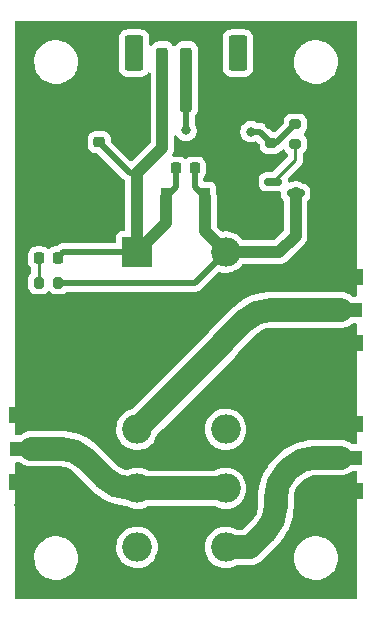
<source format=gbr>
%TF.GenerationSoftware,KiCad,Pcbnew,(6.0.1)*%
%TF.CreationDate,2022-02-11T18:33:40+00:00*%
%TF.ProjectId,Relay_RF_G2RL,52656c61-795f-4524-965f-4732524c2e6b,rev?*%
%TF.SameCoordinates,Original*%
%TF.FileFunction,Copper,L1,Top*%
%TF.FilePolarity,Positive*%
%FSLAX46Y46*%
G04 Gerber Fmt 4.6, Leading zero omitted, Abs format (unit mm)*
G04 Created by KiCad (PCBNEW (6.0.1)) date 2022-02-11 18:33:40*
%MOMM*%
%LPD*%
G01*
G04 APERTURE LIST*
G04 Aperture macros list*
%AMRoundRect*
0 Rectangle with rounded corners*
0 $1 Rounding radius*
0 $2 $3 $4 $5 $6 $7 $8 $9 X,Y pos of 4 corners*
0 Add a 4 corners polygon primitive as box body*
4,1,4,$2,$3,$4,$5,$6,$7,$8,$9,$2,$3,0*
0 Add four circle primitives for the rounded corners*
1,1,$1+$1,$2,$3*
1,1,$1+$1,$4,$5*
1,1,$1+$1,$6,$7*
1,1,$1+$1,$8,$9*
0 Add four rect primitives between the rounded corners*
20,1,$1+$1,$2,$3,$4,$5,0*
20,1,$1+$1,$4,$5,$6,$7,0*
20,1,$1+$1,$6,$7,$8,$9,0*
20,1,$1+$1,$8,$9,$2,$3,0*%
G04 Aperture macros list end*
%TA.AperFunction,SMDPad,CuDef*%
%ADD10R,3.600000X1.270000*%
%TD*%
%TA.AperFunction,SMDPad,CuDef*%
%ADD11R,4.200000X1.350000*%
%TD*%
%TA.AperFunction,SMDPad,CuDef*%
%ADD12RoundRect,0.200000X0.200000X0.275000X-0.200000X0.275000X-0.200000X-0.275000X0.200000X-0.275000X0*%
%TD*%
%TA.AperFunction,SMDPad,CuDef*%
%ADD13RoundRect,0.200000X0.275000X-0.200000X0.275000X0.200000X-0.275000X0.200000X-0.275000X-0.200000X0*%
%TD*%
%TA.AperFunction,SMDPad,CuDef*%
%ADD14RoundRect,0.225000X0.225000X0.250000X-0.225000X0.250000X-0.225000X-0.250000X0.225000X-0.250000X0*%
%TD*%
%TA.AperFunction,SMDPad,CuDef*%
%ADD15RoundRect,0.200000X-0.275000X0.200000X-0.275000X-0.200000X0.275000X-0.200000X0.275000X0.200000X0*%
%TD*%
%TA.AperFunction,SMDPad,CuDef*%
%ADD16RoundRect,0.225000X0.250000X-0.225000X0.250000X0.225000X-0.250000X0.225000X-0.250000X-0.225000X0*%
%TD*%
%TA.AperFunction,SMDPad,CuDef*%
%ADD17RoundRect,0.250000X-0.250000X-2.500000X0.250000X-2.500000X0.250000X2.500000X-0.250000X2.500000X0*%
%TD*%
%TA.AperFunction,SMDPad,CuDef*%
%ADD18RoundRect,0.250000X-0.550000X-1.250000X0.550000X-1.250000X0.550000X1.250000X-0.550000X1.250000X0*%
%TD*%
%TA.AperFunction,SMDPad,CuDef*%
%ADD19RoundRect,0.218750X-0.218750X-0.256250X0.218750X-0.256250X0.218750X0.256250X-0.218750X0.256250X0*%
%TD*%
%TA.AperFunction,SMDPad,CuDef*%
%ADD20RoundRect,0.150000X-0.587500X-0.150000X0.587500X-0.150000X0.587500X0.150000X-0.587500X0.150000X0*%
%TD*%
%TA.AperFunction,ComponentPad*%
%ADD21R,2.500000X2.500000*%
%TD*%
%TA.AperFunction,ComponentPad*%
%ADD22O,2.500000X2.500000*%
%TD*%
%TA.AperFunction,SMDPad,CuDef*%
%ADD23R,0.900000X1.200000*%
%TD*%
%TA.AperFunction,ViaPad*%
%ADD24C,0.800000*%
%TD*%
%TA.AperFunction,Conductor*%
%ADD25C,0.500000*%
%TD*%
%TA.AperFunction,Conductor*%
%ADD26C,1.000000*%
%TD*%
%TA.AperFunction,Conductor*%
%ADD27C,2.000000*%
%TD*%
%TA.AperFunction,Conductor*%
%ADD28C,0.293000*%
%TD*%
G04 APERTURE END LIST*
D10*
%TO.P,J2,1,In*%
%TO.N,Net-(J2-Pad1)*%
X101900000Y-136750000D03*
D11*
%TO.P,J2,2,Ext*%
%TO.N,GND*%
X102100000Y-139575000D03*
X102100000Y-133925000D03*
%TD*%
D12*
%TO.P,R2,1*%
%TO.N,Net-(C2-Pad1)*%
X104200000Y-122700000D03*
%TO.P,R2,2*%
%TO.N,Net-(D2-Pad1)*%
X102550000Y-122700000D03*
%TD*%
D13*
%TO.P,R1,1*%
%TO.N,Net-(J1-Pad2)*%
X122200000Y-110875000D03*
%TO.P,R1,2*%
%TO.N,GND*%
X122200000Y-109225000D03*
%TD*%
D14*
%TO.P,C2,1*%
%TO.N,Net-(C2-Pad1)*%
X115725000Y-113000000D03*
%TO.P,C2,2*%
%TO.N,Net-(C1-Pad1)*%
X114175000Y-113000000D03*
%TD*%
D15*
%TO.P,R3,1*%
%TO.N,Net-(J1-Pad2)*%
X124250000Y-109275000D03*
%TO.P,R3,2*%
%TO.N,Net-(Q1-Pad1)*%
X124250000Y-110925000D03*
%TD*%
D16*
%TO.P,C1,1*%
%TO.N,Net-(C1-Pad1)*%
X107650000Y-110800000D03*
%TO.P,C1,2*%
%TO.N,GND*%
X107650000Y-109250000D03*
%TD*%
D17*
%TO.P,J1,1,Pin_1*%
%TO.N,Net-(C1-Pad1)*%
X113000000Y-105500000D03*
%TO.P,J1,2,Pin_2*%
%TO.N,Net-(J1-Pad2)*%
X115000000Y-105500000D03*
%TO.P,J1,3,Pin_3*%
%TO.N,GND*%
X117000000Y-105500000D03*
D18*
%TO.P,J1,MP*%
%TO.N,N/C*%
X119400000Y-103250000D03*
X110600000Y-103250000D03*
%TD*%
D10*
%TO.P,J4,1,In*%
%TO.N,Net-(J4-Pad1)*%
X128100000Y-137500000D03*
D11*
%TO.P,J4,2,Ext*%
%TO.N,GND*%
X127900000Y-134675000D03*
X127900000Y-140325000D03*
%TD*%
D19*
%TO.P,D2,1,K*%
%TO.N,Net-(D2-Pad1)*%
X102550000Y-120600000D03*
%TO.P,D2,2,A*%
%TO.N,Net-(C1-Pad1)*%
X104125000Y-120600000D03*
%TD*%
D20*
%TO.P,Q1,1,B*%
%TO.N,Net-(Q1-Pad1)*%
X122400000Y-114150000D03*
%TO.P,Q1,2,E*%
%TO.N,GND*%
X122400000Y-116050000D03*
%TO.P,Q1,3,C*%
%TO.N,Net-(C2-Pad1)*%
X124275000Y-115100000D03*
%TD*%
D21*
%TO.P,RL1,1*%
%TO.N,Net-(C1-Pad1)*%
X110850000Y-120100000D03*
D22*
%TO.P,RL1,2*%
%TO.N,Net-(J3-Pad1)*%
X110850000Y-135100000D03*
%TO.P,RL1,3*%
%TO.N,Net-(J2-Pad1)*%
X110850000Y-140100000D03*
%TO.P,RL1,4*%
%TO.N,unconnected-(RL1-Pad4)*%
X110850000Y-145100000D03*
%TO.P,RL1,5*%
%TO.N,Net-(J4-Pad1)*%
X118350000Y-145100000D03*
%TO.P,RL1,6*%
%TO.N,Net-(J2-Pad1)*%
X118350000Y-140100000D03*
%TO.P,RL1,7*%
%TO.N,unconnected-(RL1-Pad7)*%
X118350000Y-135100000D03*
%TO.P,RL1,8*%
%TO.N,Net-(C2-Pad1)*%
X118350000Y-120100000D03*
%TD*%
D10*
%TO.P,J3,1,In*%
%TO.N,Net-(J3-Pad1)*%
X128100000Y-125000000D03*
D11*
%TO.P,J3,2,Ext*%
%TO.N,GND*%
X127900000Y-122175000D03*
X127900000Y-127825000D03*
%TD*%
D23*
%TO.P,D1,1,K*%
%TO.N,Net-(C1-Pad1)*%
X113300000Y-115250000D03*
%TO.P,D1,2,A*%
%TO.N,Net-(C2-Pad1)*%
X116600000Y-115250000D03*
%TD*%
D24*
%TO.N,GND*%
X121500000Y-137450000D03*
X127750000Y-120400000D03*
X100900000Y-141550000D03*
X120550000Y-128850000D03*
X115150000Y-133800000D03*
X105050000Y-141250000D03*
X120450000Y-122350000D03*
X129050000Y-142650000D03*
X103200000Y-132500000D03*
X110400000Y-137500000D03*
X127900000Y-133250000D03*
X120450000Y-147800000D03*
X124850000Y-141800000D03*
X118300000Y-123550000D03*
X117050000Y-132000000D03*
X105250000Y-134450000D03*
X105200000Y-132700000D03*
X116800000Y-125000000D03*
X124950000Y-128050000D03*
X125800000Y-129600000D03*
X112350000Y-142400000D03*
X120500000Y-140150000D03*
X111550000Y-130900000D03*
X123350000Y-135050000D03*
X115850000Y-146600000D03*
X125850000Y-133250000D03*
X113250000Y-135750000D03*
X109800000Y-142350000D03*
X120450000Y-141750000D03*
X122700000Y-136150000D03*
X117450000Y-137650000D03*
X103250000Y-141500000D03*
X112450000Y-137550000D03*
X120450000Y-138450000D03*
X124800000Y-122050000D03*
X107250000Y-135000000D03*
X127431800Y-114046000D03*
X126100000Y-142650000D03*
X128000000Y-129600000D03*
X124900000Y-140250000D03*
X125800000Y-120450000D03*
X122800000Y-122100000D03*
X109200000Y-133200000D03*
X115250000Y-126650000D03*
X118900000Y-130300000D03*
X119050000Y-137600000D03*
X117750000Y-147750000D03*
X117350000Y-142500000D03*
X101050000Y-132500000D03*
X122550000Y-146550000D03*
X114950000Y-142250000D03*
X109800000Y-110150000D03*
X108750000Y-136500000D03*
X113300000Y-128650000D03*
X107150000Y-142250000D03*
X119100000Y-142500000D03*
X118300000Y-110700000D03*
X115900000Y-144150000D03*
X115500000Y-137600000D03*
X125050000Y-134600000D03*
X124000000Y-144650000D03*
X104900000Y-139450000D03*
X122300000Y-128050000D03*
%TO.N,Net-(J1-Pad2)*%
X120500000Y-109900000D03*
X115000000Y-109800000D03*
%TD*%
D25*
%TO.N,GND*%
X107650000Y-109250000D02*
X108900000Y-109250000D01*
X108900000Y-109250000D02*
X109800000Y-110150000D01*
D26*
X117000000Y-105500000D02*
X117000000Y-109300000D01*
X117000000Y-109400000D02*
X118300000Y-110700000D01*
X117000000Y-109300000D02*
X117000000Y-109400000D01*
D25*
%TO.N,Net-(J1-Pad2)*%
X121225000Y-109900000D02*
X122200000Y-110875000D01*
X122200000Y-110875000D02*
X122650000Y-110875000D01*
X122650000Y-110875000D02*
X124250000Y-109275000D01*
X120500000Y-109900000D02*
X121225000Y-109900000D01*
X115000000Y-105500000D02*
X115000000Y-109800000D01*
D27*
%TO.N,Net-(J2-Pad1)*%
X110242641Y-140100000D02*
X110850000Y-140100000D01*
X106528680Y-137628680D02*
X108121321Y-139221321D01*
X101900000Y-136750000D02*
X104407359Y-136750000D01*
X110850000Y-140100000D02*
X118350000Y-140100000D01*
X110242641Y-140100000D02*
G75*
G02*
X108121321Y-139221321I-1J2999998D01*
G01*
X104407359Y-136750001D02*
G75*
G02*
X106528679Y-137628681I3J-2999993D01*
G01*
%TO.N,Net-(J3-Pad1)*%
X118150000Y-127800000D02*
X118150000Y-127750000D01*
X118150000Y-127750000D02*
X120021321Y-125878679D01*
X110850000Y-135100000D02*
X118150000Y-127800000D01*
X122142641Y-125000000D02*
X128100000Y-125000000D01*
X122142641Y-125000000D02*
G75*
G03*
X120021321Y-125878679I-1J-2999998D01*
G01*
%TO.N,Net-(J4-Pad1)*%
X125943619Y-137500000D02*
X128100000Y-137500000D01*
X118350000Y-145100000D02*
X120400000Y-145100000D01*
X122600000Y-141657359D02*
X122600000Y-140843619D01*
X123478680Y-138722298D02*
X123822299Y-138378679D01*
X120400000Y-145100000D02*
X121721321Y-143778679D01*
X123478680Y-138722298D02*
G75*
G03*
X122600000Y-140843619I2121325J-2121323D01*
G01*
X121721321Y-143778679D02*
G75*
G03*
X122600000Y-141657359I-2121319J2121319D01*
G01*
X123822299Y-138378679D02*
G75*
G02*
X125943619Y-137500000I2121319J-2121319D01*
G01*
D28*
%TO.N,Net-(D2-Pad1)*%
X102550000Y-120600000D02*
X102550000Y-122700000D01*
%TO.N,Net-(Q1-Pad1)*%
X122400000Y-114150000D02*
X124250000Y-112300000D01*
X124250000Y-112300000D02*
X124250000Y-110925000D01*
D25*
%TO.N,Net-(C1-Pad1)*%
X104625000Y-120100000D02*
X110850000Y-120100000D01*
X107650000Y-110800000D02*
X110250000Y-113400000D01*
D26*
X113000000Y-105500000D02*
X113000000Y-111250000D01*
X113300000Y-115450000D02*
X113300000Y-117650000D01*
D25*
X110250000Y-113400000D02*
X110850000Y-113400000D01*
D26*
X113300000Y-117650000D02*
X110850000Y-120100000D01*
X113000000Y-111250000D02*
X110850000Y-113400000D01*
X110850000Y-113400000D02*
X110850000Y-120100000D01*
D25*
X114175000Y-114575000D02*
X113300000Y-115450000D01*
X114175000Y-113000000D02*
X114175000Y-114575000D01*
X104125000Y-120600000D02*
X104625000Y-120100000D01*
%TO.N,Net-(C2-Pad1)*%
X104200000Y-122700000D02*
X115750000Y-122700000D01*
X115725000Y-114575000D02*
X116600000Y-115450000D01*
D26*
X122900000Y-120100000D02*
X124275000Y-118725000D01*
X118350000Y-120100000D02*
X122900000Y-120100000D01*
X116600000Y-115450000D02*
X116600000Y-118350000D01*
D25*
X115750000Y-122700000D02*
X118350000Y-120100000D01*
X115725000Y-113000000D02*
X115725000Y-114575000D01*
D26*
X116600000Y-118350000D02*
X118350000Y-120100000D01*
X124275000Y-118725000D02*
X124275000Y-115100000D01*
%TD*%
%TA.AperFunction,Conductor*%
%TO.N,GND*%
G36*
X129442121Y-100520002D02*
G01*
X129488614Y-100573658D01*
X129500000Y-100626000D01*
X129500000Y-123738500D01*
X129479998Y-123806621D01*
X129426342Y-123853114D01*
X129374000Y-123864500D01*
X129134210Y-123864500D01*
X129066089Y-123844498D01*
X129054918Y-123836422D01*
X129051269Y-123833467D01*
X129047532Y-123829896D01*
X128843700Y-123690851D01*
X128678552Y-123614192D01*
X128624591Y-123589144D01*
X128624587Y-123589143D01*
X128619896Y-123586965D01*
X128382129Y-123521026D01*
X128376992Y-123520477D01*
X128184043Y-123499856D01*
X128184035Y-123499856D01*
X128180708Y-123499500D01*
X122249858Y-123499500D01*
X122233412Y-123498422D01*
X122219514Y-123496592D01*
X122219508Y-123496592D01*
X122216192Y-123496155D01*
X122212840Y-123496073D01*
X122212839Y-123496073D01*
X122146007Y-123494439D01*
X122146002Y-123494439D01*
X122142642Y-123494357D01*
X122139284Y-123494633D01*
X122139285Y-123494633D01*
X122122884Y-123495981D01*
X122118058Y-123496285D01*
X121752783Y-123512233D01*
X121752772Y-123512234D01*
X121750023Y-123512354D01*
X121508664Y-123544130D01*
X121363118Y-123563291D01*
X121363113Y-123563292D01*
X121360393Y-123563650D01*
X120976717Y-123648709D01*
X120974092Y-123649537D01*
X120974087Y-123649538D01*
X120604541Y-123766055D01*
X120604533Y-123766058D01*
X120601913Y-123766884D01*
X120238836Y-123917275D01*
X119890247Y-124098739D01*
X119558801Y-124309893D01*
X119556633Y-124311557D01*
X119556621Y-124311565D01*
X119249212Y-124547450D01*
X119247020Y-124549132D01*
X119244992Y-124550990D01*
X119244984Y-124550997D01*
X119034641Y-124743741D01*
X119026219Y-124750808D01*
X119012612Y-124761248D01*
X119012596Y-124761262D01*
X119009950Y-124763292D01*
X118956671Y-124814029D01*
X118919409Y-124857967D01*
X118912418Y-124865555D01*
X117170826Y-126607147D01*
X117157384Y-126618812D01*
X117154507Y-126620972D01*
X117154504Y-126620974D01*
X117150364Y-126624083D01*
X117146788Y-126627825D01*
X117146787Y-126627826D01*
X117075412Y-126702516D01*
X117073413Y-126704560D01*
X117044754Y-126733219D01*
X117043094Y-126735177D01*
X117043087Y-126735184D01*
X117036782Y-126742619D01*
X117031781Y-126748173D01*
X116979896Y-126802468D01*
X116976982Y-126806740D01*
X116958410Y-126833965D01*
X116950420Y-126844454D01*
X116925761Y-126873531D01*
X116923108Y-126877964D01*
X116891010Y-126931595D01*
X116871989Y-126955983D01*
X110451397Y-133376576D01*
X110397560Y-133408447D01*
X110337572Y-133425932D01*
X110235243Y-133455758D01*
X110230990Y-133457718D01*
X110230989Y-133457719D01*
X110194634Y-133474479D01*
X109998961Y-133564686D01*
X109995056Y-133567246D01*
X109995051Y-133567249D01*
X109785288Y-133704775D01*
X109785283Y-133704779D01*
X109781375Y-133707341D01*
X109587265Y-133880591D01*
X109420895Y-134080629D01*
X109285920Y-134303061D01*
X109284111Y-134307375D01*
X109284110Y-134307377D01*
X109270338Y-134340221D01*
X109185305Y-134543001D01*
X109121261Y-134795177D01*
X109095194Y-135054049D01*
X109107677Y-135313930D01*
X109158435Y-135569112D01*
X109246355Y-135813989D01*
X109369504Y-136043180D01*
X109372299Y-136046923D01*
X109372301Y-136046926D01*
X109522385Y-136247913D01*
X109522390Y-136247919D01*
X109525177Y-136251651D01*
X109528486Y-136254931D01*
X109528491Y-136254937D01*
X109691190Y-136416222D01*
X109709954Y-136434823D01*
X109713716Y-136437581D01*
X109713719Y-136437584D01*
X109826332Y-136520155D01*
X109919775Y-136588670D01*
X109923910Y-136590846D01*
X109923914Y-136590848D01*
X110049774Y-136657066D01*
X110150033Y-136709815D01*
X110395667Y-136795594D01*
X110400260Y-136796466D01*
X110646693Y-136843253D01*
X110646696Y-136843253D01*
X110651282Y-136844124D01*
X110781272Y-136849231D01*
X110906595Y-136854156D01*
X110906601Y-136854156D01*
X110911263Y-136854339D01*
X111012489Y-136843253D01*
X111165245Y-136826524D01*
X111165250Y-136826523D01*
X111169898Y-136826014D01*
X111224779Y-136811565D01*
X111416982Y-136760962D01*
X111416984Y-136760961D01*
X111421505Y-136759771D01*
X111660557Y-136657066D01*
X111881803Y-136520155D01*
X112080382Y-136352046D01*
X112251931Y-136156431D01*
X112297504Y-136085581D01*
X112390155Y-135941538D01*
X112392683Y-135937608D01*
X112499544Y-135700385D01*
X112500814Y-135695882D01*
X112540862Y-135553885D01*
X112573036Y-135498992D01*
X113017979Y-135054049D01*
X116595194Y-135054049D01*
X116607677Y-135313930D01*
X116658435Y-135569112D01*
X116746355Y-135813989D01*
X116869504Y-136043180D01*
X116872299Y-136046923D01*
X116872301Y-136046926D01*
X117022385Y-136247913D01*
X117022390Y-136247919D01*
X117025177Y-136251651D01*
X117028486Y-136254931D01*
X117028491Y-136254937D01*
X117191190Y-136416222D01*
X117209954Y-136434823D01*
X117213716Y-136437581D01*
X117213719Y-136437584D01*
X117326332Y-136520155D01*
X117419775Y-136588670D01*
X117423910Y-136590846D01*
X117423914Y-136590848D01*
X117549774Y-136657066D01*
X117650033Y-136709815D01*
X117895667Y-136795594D01*
X117900260Y-136796466D01*
X118146693Y-136843253D01*
X118146696Y-136843253D01*
X118151282Y-136844124D01*
X118281272Y-136849231D01*
X118406595Y-136854156D01*
X118406601Y-136854156D01*
X118411263Y-136854339D01*
X118512489Y-136843253D01*
X118665245Y-136826524D01*
X118665250Y-136826523D01*
X118669898Y-136826014D01*
X118724779Y-136811565D01*
X118916982Y-136760962D01*
X118916984Y-136760961D01*
X118921505Y-136759771D01*
X119160557Y-136657066D01*
X119381803Y-136520155D01*
X119580382Y-136352046D01*
X119751931Y-136156431D01*
X119797504Y-136085581D01*
X119890155Y-135941538D01*
X119892683Y-135937608D01*
X119999544Y-135700385D01*
X120033018Y-135581695D01*
X120068898Y-135454476D01*
X120068899Y-135454473D01*
X120070168Y-135449972D01*
X120087434Y-135314246D01*
X120102604Y-135195001D01*
X120102604Y-135194997D01*
X120103002Y-135191871D01*
X120105408Y-135100000D01*
X120086126Y-134840534D01*
X120028705Y-134586768D01*
X120027012Y-134582414D01*
X119936098Y-134348630D01*
X119936097Y-134348628D01*
X119934405Y-134344277D01*
X119805299Y-134118388D01*
X119644223Y-133914064D01*
X119454714Y-133735792D01*
X119240937Y-133587489D01*
X119236747Y-133585423D01*
X119236744Y-133585421D01*
X119011775Y-133474479D01*
X119011772Y-133474478D01*
X119007587Y-133472414D01*
X118759792Y-133393094D01*
X118619569Y-133370257D01*
X118507606Y-133352023D01*
X118507605Y-133352023D01*
X118502994Y-133351272D01*
X118372915Y-133349569D01*
X118247512Y-133347927D01*
X118247509Y-133347927D01*
X118242835Y-133347866D01*
X117985030Y-133382952D01*
X117980544Y-133384260D01*
X117980542Y-133384260D01*
X117913893Y-133403686D01*
X117735243Y-133455758D01*
X117730990Y-133457718D01*
X117730989Y-133457719D01*
X117694634Y-133474479D01*
X117498961Y-133564686D01*
X117495056Y-133567246D01*
X117495051Y-133567249D01*
X117285288Y-133704775D01*
X117285283Y-133704779D01*
X117281375Y-133707341D01*
X117087265Y-133880591D01*
X116920895Y-134080629D01*
X116785920Y-134303061D01*
X116784111Y-134307375D01*
X116784110Y-134307377D01*
X116770338Y-134340221D01*
X116685305Y-134543001D01*
X116621261Y-134795177D01*
X116595194Y-135054049D01*
X113017979Y-135054049D01*
X119129174Y-128942853D01*
X119142616Y-128931188D01*
X119145493Y-128929028D01*
X119145496Y-128929026D01*
X119149636Y-128925917D01*
X119224588Y-128847484D01*
X119226587Y-128845440D01*
X119255246Y-128816781D01*
X119256906Y-128814823D01*
X119256913Y-128814816D01*
X119263218Y-128807381D01*
X119268219Y-128801827D01*
X119316531Y-128751271D01*
X119320104Y-128747532D01*
X119341591Y-128716034D01*
X119349581Y-128705545D01*
X119374239Y-128676469D01*
X119408990Y-128618405D01*
X119428011Y-128594017D01*
X121020510Y-127001517D01*
X121030482Y-126992553D01*
X121055616Y-126972273D01*
X121055619Y-126972270D01*
X121059642Y-126969024D01*
X121092903Y-126931692D01*
X121103903Y-126920778D01*
X121223594Y-126815812D01*
X121236669Y-126805779D01*
X121386022Y-126705985D01*
X121400295Y-126697744D01*
X121561404Y-126618293D01*
X121576632Y-126611986D01*
X121746719Y-126554250D01*
X121762638Y-126549984D01*
X121938820Y-126514939D01*
X121955161Y-126512788D01*
X122017265Y-126508717D01*
X122081779Y-126504489D01*
X122095535Y-126504772D01*
X122095541Y-126504519D01*
X122100722Y-126504646D01*
X122105854Y-126505194D01*
X122111006Y-126504897D01*
X122111010Y-126504897D01*
X122183634Y-126500709D01*
X122190887Y-126500500D01*
X128162554Y-126500500D01*
X128165127Y-126500288D01*
X128165138Y-126500288D01*
X128340760Y-126485849D01*
X128340766Y-126485848D01*
X128345911Y-126485425D01*
X128585217Y-126425316D01*
X128811493Y-126326928D01*
X128912631Y-126261499D01*
X129014318Y-126195715D01*
X129014321Y-126195713D01*
X129018661Y-126192905D01*
X129045696Y-126168305D01*
X129109541Y-126137253D01*
X129130495Y-126135499D01*
X129374000Y-126135499D01*
X129442121Y-126155501D01*
X129488614Y-126209157D01*
X129500000Y-126261499D01*
X129500000Y-136238500D01*
X129479998Y-136306621D01*
X129426342Y-136353114D01*
X129374000Y-136364500D01*
X129134210Y-136364500D01*
X129066089Y-136344498D01*
X129054918Y-136336422D01*
X129051269Y-136333467D01*
X129047532Y-136329896D01*
X128843700Y-136190851D01*
X128731798Y-136138908D01*
X128624591Y-136089144D01*
X128624587Y-136089143D01*
X128619896Y-136086965D01*
X128382129Y-136021026D01*
X128376992Y-136020477D01*
X128184043Y-135999856D01*
X128184035Y-135999856D01*
X128180708Y-135999500D01*
X126050836Y-135999500D01*
X126034390Y-135998422D01*
X126020492Y-135996592D01*
X126020486Y-135996592D01*
X126017170Y-135996155D01*
X126013818Y-135996073D01*
X126013817Y-135996073D01*
X125946985Y-135994439D01*
X125946980Y-135994439D01*
X125943620Y-135994357D01*
X125940262Y-135994633D01*
X125940263Y-135994633D01*
X125923862Y-135995981D01*
X125919036Y-135996285D01*
X125553761Y-136012233D01*
X125553750Y-136012234D01*
X125551001Y-136012354D01*
X125316855Y-136043180D01*
X125164096Y-136063291D01*
X125164091Y-136063292D01*
X125161371Y-136063650D01*
X124777695Y-136148709D01*
X124775070Y-136149537D01*
X124775065Y-136149538D01*
X124405519Y-136266055D01*
X124405511Y-136266058D01*
X124402891Y-136266884D01*
X124039814Y-136417275D01*
X123691225Y-136598739D01*
X123359779Y-136809893D01*
X123357611Y-136811557D01*
X123357599Y-136811565D01*
X123050190Y-137047450D01*
X123047998Y-137049132D01*
X123045970Y-137050990D01*
X123045962Y-137050997D01*
X122835619Y-137243741D01*
X122827197Y-137250808D01*
X122813590Y-137261248D01*
X122813574Y-137261262D01*
X122810928Y-137263292D01*
X122757649Y-137314029D01*
X122720387Y-137357967D01*
X122713396Y-137365555D01*
X122493486Y-137585465D01*
X122481094Y-137596333D01*
X122469979Y-137604862D01*
X122469974Y-137604867D01*
X122467308Y-137606912D01*
X122464878Y-137609226D01*
X122464871Y-137609232D01*
X122416460Y-137655333D01*
X122414029Y-137657648D01*
X122411858Y-137660208D01*
X122401184Y-137672793D01*
X122397987Y-137676419D01*
X122180671Y-137913578D01*
X122149132Y-137947997D01*
X122147473Y-137950159D01*
X122147468Y-137950165D01*
X122066082Y-138056230D01*
X121909894Y-138259779D01*
X121698740Y-138591225D01*
X121663341Y-138659226D01*
X121524823Y-138925316D01*
X121517276Y-138939813D01*
X121366885Y-139302890D01*
X121366059Y-139305510D01*
X121366056Y-139305518D01*
X121307084Y-139492552D01*
X121248709Y-139677694D01*
X121163650Y-140061370D01*
X121112354Y-140451000D01*
X121104111Y-140639798D01*
X121099789Y-140738791D01*
X121098831Y-140749742D01*
X121096155Y-140770068D01*
X121094357Y-140843618D01*
X121094633Y-140846973D01*
X121099076Y-140901016D01*
X121099500Y-140911340D01*
X121099500Y-141569934D01*
X121098787Y-141583324D01*
X121095403Y-141614992D01*
X121094806Y-141620574D01*
X121095103Y-141625727D01*
X121095103Y-141625731D01*
X121097684Y-141670497D01*
X121097623Y-141685989D01*
X121087212Y-141844838D01*
X121085061Y-141861180D01*
X121050016Y-142037362D01*
X121045750Y-142053281D01*
X120988014Y-142223368D01*
X120981707Y-142238596D01*
X120902256Y-142399705D01*
X120894015Y-142413978D01*
X120794224Y-142563326D01*
X120784191Y-142576401D01*
X120700520Y-142671810D01*
X120690592Y-142681339D01*
X120690767Y-142681522D01*
X120687018Y-142685092D01*
X120683000Y-142688334D01*
X120679568Y-142692187D01*
X120679566Y-142692188D01*
X120631170Y-142746507D01*
X120626189Y-142751783D01*
X119815378Y-143562595D01*
X119753065Y-143596620D01*
X119726282Y-143599500D01*
X119294672Y-143599500D01*
X119238944Y-143586506D01*
X119011775Y-143474479D01*
X119011772Y-143474478D01*
X119007587Y-143472414D01*
X118759792Y-143393094D01*
X118619569Y-143370257D01*
X118507606Y-143352023D01*
X118507605Y-143352023D01*
X118502994Y-143351272D01*
X118372914Y-143349569D01*
X118247512Y-143347927D01*
X118247509Y-143347927D01*
X118242835Y-143347866D01*
X117985030Y-143382952D01*
X117735243Y-143455758D01*
X117730990Y-143457718D01*
X117730989Y-143457719D01*
X117694634Y-143474479D01*
X117498961Y-143564686D01*
X117495056Y-143567246D01*
X117495051Y-143567249D01*
X117285288Y-143704775D01*
X117285283Y-143704779D01*
X117281375Y-143707341D01*
X117087265Y-143880591D01*
X116920895Y-144080629D01*
X116785920Y-144303061D01*
X116784111Y-144307375D01*
X116784110Y-144307377D01*
X116770338Y-144340221D01*
X116685305Y-144543001D01*
X116684154Y-144547533D01*
X116684153Y-144547536D01*
X116682001Y-144556009D01*
X116621261Y-144795177D01*
X116595194Y-145054049D01*
X116607677Y-145313930D01*
X116658435Y-145569112D01*
X116746355Y-145813989D01*
X116869504Y-146043180D01*
X116872299Y-146046923D01*
X116872301Y-146046926D01*
X117022385Y-146247913D01*
X117022390Y-146247919D01*
X117025177Y-146251651D01*
X117028486Y-146254931D01*
X117028491Y-146254937D01*
X117160850Y-146386146D01*
X117209954Y-146434823D01*
X117213716Y-146437581D01*
X117213719Y-146437584D01*
X117388654Y-146565851D01*
X117419775Y-146588670D01*
X117423910Y-146590846D01*
X117423914Y-146590848D01*
X117545106Y-146654610D01*
X117650033Y-146709815D01*
X117895667Y-146795594D01*
X117900260Y-146796466D01*
X118146693Y-146843253D01*
X118146696Y-146843253D01*
X118151282Y-146844124D01*
X118281272Y-146849231D01*
X118406595Y-146854156D01*
X118406601Y-146854156D01*
X118411263Y-146854339D01*
X118512489Y-146843253D01*
X118665245Y-146826524D01*
X118665250Y-146826523D01*
X118669898Y-146826014D01*
X118674422Y-146824823D01*
X118916982Y-146760962D01*
X118916984Y-146760961D01*
X118921505Y-146759771D01*
X118960941Y-146742828D01*
X119156263Y-146658911D01*
X119156265Y-146658910D01*
X119160557Y-146657066D01*
X119221499Y-146619354D01*
X119287799Y-146600500D01*
X120284268Y-146600500D01*
X120302021Y-146601757D01*
X120305588Y-146602265D01*
X120305593Y-146602265D01*
X120310706Y-146602993D01*
X120315868Y-146602876D01*
X120315871Y-146602876D01*
X120419150Y-146600532D01*
X120422009Y-146600500D01*
X120462554Y-146600500D01*
X120465109Y-146600290D01*
X120465133Y-146600289D01*
X120474839Y-146599491D01*
X120482298Y-146599099D01*
X120557382Y-146597395D01*
X120562454Y-146596437D01*
X120562460Y-146596436D01*
X120594847Y-146590316D01*
X120607916Y-146588549D01*
X120640759Y-146585849D01*
X120640764Y-146585848D01*
X120645911Y-146585425D01*
X120679273Y-146577045D01*
X120718746Y-146567131D01*
X120726045Y-146565526D01*
X120794753Y-146552543D01*
X120794754Y-146552543D01*
X120799833Y-146551583D01*
X120804684Y-146549808D01*
X120804687Y-146549807D01*
X120822414Y-146543320D01*
X120835637Y-146538481D01*
X120848236Y-146534605D01*
X120859657Y-146531736D01*
X120880206Y-146526575D01*
X120880210Y-146526574D01*
X120885217Y-146525316D01*
X120920267Y-146510076D01*
X120954087Y-146495371D01*
X120961027Y-146492595D01*
X121031545Y-146466789D01*
X121064723Y-146448017D01*
X121076528Y-146442131D01*
X121076998Y-146441927D01*
X121111493Y-146426928D01*
X121115828Y-146424124D01*
X121115831Y-146424122D01*
X121139841Y-146408589D01*
X121174545Y-146386138D01*
X121180927Y-146382273D01*
X121241795Y-146347836D01*
X121241803Y-146347831D01*
X121246297Y-146345288D01*
X121250319Y-146342043D01*
X121250326Y-146342038D01*
X121275977Y-146321341D01*
X121286651Y-146313614D01*
X121318661Y-146292905D01*
X121374203Y-146242365D01*
X121379871Y-146237508D01*
X121401326Y-146220197D01*
X121401334Y-146220190D01*
X121403945Y-146218083D01*
X121432702Y-146189326D01*
X121436998Y-146185227D01*
X121438151Y-146184178D01*
X121501158Y-146126846D01*
X121504357Y-146122795D01*
X121504361Y-146122791D01*
X121519038Y-146104206D01*
X121528825Y-146093203D01*
X121579933Y-146042095D01*
X124145028Y-146042095D01*
X124170534Y-146309431D01*
X124171619Y-146313865D01*
X124171620Y-146313871D01*
X124222856Y-146523256D01*
X124234364Y-146570285D01*
X124236076Y-146574511D01*
X124236077Y-146574515D01*
X124302506Y-146738519D01*
X124335182Y-146819192D01*
X124470875Y-147050938D01*
X124473728Y-147054505D01*
X124585225Y-147193925D01*
X124638601Y-147260669D01*
X124834846Y-147443991D01*
X124927039Y-147507948D01*
X125051746Y-147594461D01*
X125051751Y-147594464D01*
X125055499Y-147597064D01*
X125059584Y-147599096D01*
X125059587Y-147599098D01*
X125175719Y-147656872D01*
X125295938Y-147716680D01*
X125300272Y-147718101D01*
X125300275Y-147718102D01*
X125546793Y-147798915D01*
X125546798Y-147798916D01*
X125551126Y-147800335D01*
X125555617Y-147801115D01*
X125555618Y-147801115D01*
X125811936Y-147845620D01*
X125811944Y-147845621D01*
X125815717Y-147846276D01*
X125819554Y-147846467D01*
X125898996Y-147850422D01*
X125899004Y-147850422D01*
X125900567Y-147850500D01*
X126068223Y-147850500D01*
X126070491Y-147850335D01*
X126070503Y-147850335D01*
X126200823Y-147840879D01*
X126267846Y-147836016D01*
X126272301Y-147835032D01*
X126272304Y-147835032D01*
X126525620Y-147779105D01*
X126525624Y-147779104D01*
X126530080Y-147778120D01*
X126697617Y-147714646D01*
X126776941Y-147684593D01*
X126776944Y-147684592D01*
X126781211Y-147682975D01*
X127015976Y-147552574D01*
X127158254Y-147443991D01*
X127225833Y-147392417D01*
X127225837Y-147392413D01*
X127229458Y-147389650D01*
X127417185Y-147197614D01*
X127575225Y-146980491D01*
X127634659Y-146867525D01*
X127698140Y-146746868D01*
X127698143Y-146746862D01*
X127700265Y-146742828D01*
X127711379Y-146711358D01*
X127788165Y-146493916D01*
X127788165Y-146493915D01*
X127789688Y-146489603D01*
X127818773Y-146342038D01*
X127840739Y-146230594D01*
X127840740Y-146230588D01*
X127841620Y-146226122D01*
X127843656Y-146185227D01*
X127854745Y-145962474D01*
X127854745Y-145962468D01*
X127854972Y-145957905D01*
X127829466Y-145690569D01*
X127800822Y-145573507D01*
X127766721Y-145434149D01*
X127765636Y-145429715D01*
X127720597Y-145318518D01*
X127666531Y-145185037D01*
X127666531Y-145185036D01*
X127664818Y-145180808D01*
X127529125Y-144949062D01*
X127418211Y-144810371D01*
X127364251Y-144742897D01*
X127364250Y-144742895D01*
X127361399Y-144739331D01*
X127165154Y-144556009D01*
X127005436Y-144445208D01*
X126948254Y-144405539D01*
X126948249Y-144405536D01*
X126944501Y-144402936D01*
X126940416Y-144400904D01*
X126940413Y-144400902D01*
X126768560Y-144315407D01*
X126704062Y-144283320D01*
X126699728Y-144281899D01*
X126699725Y-144281898D01*
X126453207Y-144201085D01*
X126453202Y-144201084D01*
X126448874Y-144199665D01*
X126444382Y-144198885D01*
X126188064Y-144154380D01*
X126188056Y-144154379D01*
X126184283Y-144153724D01*
X126175622Y-144153293D01*
X126101004Y-144149578D01*
X126100996Y-144149578D01*
X126099433Y-144149500D01*
X125931777Y-144149500D01*
X125929509Y-144149665D01*
X125929497Y-144149665D01*
X125799177Y-144159121D01*
X125732154Y-144163984D01*
X125727699Y-144164968D01*
X125727696Y-144164968D01*
X125474380Y-144220895D01*
X125474376Y-144220896D01*
X125469920Y-144221880D01*
X125344355Y-144269452D01*
X125223059Y-144315407D01*
X125223056Y-144315408D01*
X125218789Y-144317025D01*
X124984024Y-144447426D01*
X124980392Y-144450198D01*
X124774167Y-144607583D01*
X124774163Y-144607587D01*
X124770542Y-144610350D01*
X124582815Y-144802386D01*
X124424775Y-145019509D01*
X124384084Y-145096851D01*
X124301860Y-145253132D01*
X124301857Y-145253138D01*
X124299735Y-145257172D01*
X124298215Y-145261477D01*
X124298213Y-145261481D01*
X124238804Y-145429715D01*
X124210312Y-145510397D01*
X124158380Y-145773878D01*
X124158153Y-145778431D01*
X124158153Y-145778434D01*
X124148992Y-145962474D01*
X124145028Y-146042095D01*
X121579933Y-146042095D01*
X122706514Y-144915513D01*
X122718906Y-144904645D01*
X122730026Y-144896112D01*
X122730030Y-144896109D01*
X122732692Y-144894066D01*
X122735119Y-144891755D01*
X122783545Y-144845640D01*
X122783552Y-144845633D01*
X122785971Y-144843329D01*
X122798794Y-144828209D01*
X122801991Y-144824584D01*
X123023897Y-144582414D01*
X123050868Y-144552980D01*
X123164004Y-144405539D01*
X123288435Y-144243379D01*
X123288443Y-144243367D01*
X123290107Y-144241199D01*
X123501261Y-143909753D01*
X123682725Y-143561164D01*
X123833116Y-143198087D01*
X123951291Y-142823283D01*
X124036350Y-142439607D01*
X124040629Y-142407109D01*
X124063788Y-142231193D01*
X124087646Y-142049977D01*
X124100211Y-141762185D01*
X124101169Y-141751234D01*
X124103408Y-141734227D01*
X124103845Y-141730908D01*
X124104943Y-141685989D01*
X124105561Y-141660722D01*
X124105561Y-141660718D01*
X124105643Y-141657358D01*
X124100924Y-141599960D01*
X124100500Y-141589636D01*
X124100500Y-140931046D01*
X124101213Y-140917656D01*
X124104646Y-140885538D01*
X124104646Y-140885532D01*
X124105194Y-140880406D01*
X124103267Y-140846973D01*
X124102316Y-140830485D01*
X124102377Y-140814992D01*
X124112789Y-140656138D01*
X124114940Y-140639798D01*
X124149984Y-140463618D01*
X124154250Y-140447698D01*
X124155053Y-140445334D01*
X124204796Y-140298794D01*
X124211987Y-140277610D01*
X124218294Y-140262382D01*
X124297747Y-140101269D01*
X124305983Y-140087005D01*
X124405786Y-139937637D01*
X124415801Y-139924584D01*
X124499480Y-139829166D01*
X124509405Y-139819639D01*
X124509231Y-139819456D01*
X124512973Y-139815893D01*
X124517002Y-139812642D01*
X124520443Y-139808780D01*
X124520447Y-139808776D01*
X124568832Y-139754468D01*
X124573814Y-139749191D01*
X124821489Y-139501516D01*
X124831461Y-139492552D01*
X124860620Y-139469024D01*
X124893881Y-139431692D01*
X124904881Y-139420778D01*
X125024572Y-139315812D01*
X125037647Y-139305779D01*
X125187000Y-139205985D01*
X125201273Y-139197744D01*
X125362382Y-139118293D01*
X125377610Y-139111986D01*
X125547697Y-139054250D01*
X125563616Y-139049984D01*
X125739798Y-139014939D01*
X125756139Y-139012788D01*
X125818243Y-139008717D01*
X125882757Y-139004489D01*
X125896513Y-139004772D01*
X125896519Y-139004519D01*
X125901700Y-139004646D01*
X125906832Y-139005194D01*
X125911984Y-139004897D01*
X125911988Y-139004897D01*
X125984612Y-139000709D01*
X125991865Y-139000500D01*
X128162554Y-139000500D01*
X128165127Y-139000288D01*
X128165138Y-139000288D01*
X128340760Y-138985849D01*
X128340766Y-138985848D01*
X128345911Y-138985425D01*
X128585217Y-138925316D01*
X128811493Y-138826928D01*
X128970894Y-138723807D01*
X129014318Y-138695715D01*
X129014321Y-138695713D01*
X129018661Y-138692905D01*
X129045696Y-138668305D01*
X129109541Y-138637253D01*
X129130495Y-138635499D01*
X129374000Y-138635499D01*
X129442121Y-138655501D01*
X129488614Y-138709157D01*
X129500000Y-138761499D01*
X129500000Y-149374000D01*
X129479998Y-149442121D01*
X129426342Y-149488614D01*
X129374000Y-149500000D01*
X100626000Y-149500000D01*
X100557879Y-149479998D01*
X100511386Y-149426342D01*
X100500000Y-149374000D01*
X100500000Y-146042095D01*
X102145028Y-146042095D01*
X102170534Y-146309431D01*
X102171619Y-146313865D01*
X102171620Y-146313871D01*
X102222856Y-146523256D01*
X102234364Y-146570285D01*
X102236076Y-146574511D01*
X102236077Y-146574515D01*
X102302506Y-146738519D01*
X102335182Y-146819192D01*
X102470875Y-147050938D01*
X102473728Y-147054505D01*
X102585225Y-147193925D01*
X102638601Y-147260669D01*
X102834846Y-147443991D01*
X102927039Y-147507948D01*
X103051746Y-147594461D01*
X103051751Y-147594464D01*
X103055499Y-147597064D01*
X103059584Y-147599096D01*
X103059587Y-147599098D01*
X103175719Y-147656872D01*
X103295938Y-147716680D01*
X103300272Y-147718101D01*
X103300275Y-147718102D01*
X103546793Y-147798915D01*
X103546798Y-147798916D01*
X103551126Y-147800335D01*
X103555617Y-147801115D01*
X103555618Y-147801115D01*
X103811936Y-147845620D01*
X103811944Y-147845621D01*
X103815717Y-147846276D01*
X103819554Y-147846467D01*
X103898996Y-147850422D01*
X103899004Y-147850422D01*
X103900567Y-147850500D01*
X104068223Y-147850500D01*
X104070491Y-147850335D01*
X104070503Y-147850335D01*
X104200823Y-147840879D01*
X104267846Y-147836016D01*
X104272301Y-147835032D01*
X104272304Y-147835032D01*
X104525620Y-147779105D01*
X104525624Y-147779104D01*
X104530080Y-147778120D01*
X104697617Y-147714646D01*
X104776941Y-147684593D01*
X104776944Y-147684592D01*
X104781211Y-147682975D01*
X105015976Y-147552574D01*
X105158254Y-147443991D01*
X105225833Y-147392417D01*
X105225837Y-147392413D01*
X105229458Y-147389650D01*
X105417185Y-147197614D01*
X105575225Y-146980491D01*
X105634659Y-146867525D01*
X105698140Y-146746868D01*
X105698143Y-146746862D01*
X105700265Y-146742828D01*
X105711379Y-146711358D01*
X105788165Y-146493916D01*
X105788165Y-146493915D01*
X105789688Y-146489603D01*
X105818773Y-146342038D01*
X105840739Y-146230594D01*
X105840740Y-146230588D01*
X105841620Y-146226122D01*
X105843656Y-146185227D01*
X105854745Y-145962474D01*
X105854745Y-145962468D01*
X105854972Y-145957905D01*
X105829466Y-145690569D01*
X105800822Y-145573507D01*
X105766721Y-145434149D01*
X105765636Y-145429715D01*
X105720597Y-145318518D01*
X105666531Y-145185037D01*
X105666531Y-145185036D01*
X105664818Y-145180808D01*
X105590597Y-145054049D01*
X109095194Y-145054049D01*
X109107677Y-145313930D01*
X109158435Y-145569112D01*
X109246355Y-145813989D01*
X109369504Y-146043180D01*
X109372299Y-146046923D01*
X109372301Y-146046926D01*
X109522385Y-146247913D01*
X109522390Y-146247919D01*
X109525177Y-146251651D01*
X109528486Y-146254931D01*
X109528491Y-146254937D01*
X109660850Y-146386146D01*
X109709954Y-146434823D01*
X109713716Y-146437581D01*
X109713719Y-146437584D01*
X109888654Y-146565851D01*
X109919775Y-146588670D01*
X109923910Y-146590846D01*
X109923914Y-146590848D01*
X110045106Y-146654610D01*
X110150033Y-146709815D01*
X110395667Y-146795594D01*
X110400260Y-146796466D01*
X110646693Y-146843253D01*
X110646696Y-146843253D01*
X110651282Y-146844124D01*
X110781272Y-146849231D01*
X110906595Y-146854156D01*
X110906601Y-146854156D01*
X110911263Y-146854339D01*
X111012489Y-146843253D01*
X111165245Y-146826524D01*
X111165250Y-146826523D01*
X111169898Y-146826014D01*
X111174422Y-146824823D01*
X111416982Y-146760962D01*
X111416984Y-146760961D01*
X111421505Y-146759771D01*
X111460941Y-146742828D01*
X111656263Y-146658911D01*
X111656265Y-146658910D01*
X111660557Y-146657066D01*
X111858454Y-146534604D01*
X111877820Y-146522620D01*
X111877822Y-146522618D01*
X111881803Y-146520155D01*
X111986486Y-146431535D01*
X112076809Y-146355071D01*
X112076811Y-146355069D01*
X112080382Y-146352046D01*
X112251931Y-146156431D01*
X112285524Y-146104206D01*
X112376689Y-145962474D01*
X112392683Y-145937608D01*
X112499544Y-145700385D01*
X112503565Y-145686129D01*
X112568898Y-145454476D01*
X112568899Y-145454473D01*
X112570168Y-145449972D01*
X112586891Y-145318518D01*
X112602604Y-145195001D01*
X112602604Y-145194997D01*
X112603002Y-145191871D01*
X112605408Y-145100000D01*
X112601647Y-145049395D01*
X112586472Y-144845186D01*
X112586471Y-144845182D01*
X112586126Y-144840534D01*
X112528705Y-144586768D01*
X112517953Y-144559120D01*
X112436098Y-144348630D01*
X112436097Y-144348628D01*
X112434405Y-144344277D01*
X112417905Y-144315407D01*
X112352564Y-144201085D01*
X112305299Y-144118388D01*
X112144223Y-143914064D01*
X111954714Y-143735792D01*
X111758251Y-143599500D01*
X111744779Y-143590154D01*
X111744776Y-143590152D01*
X111740937Y-143587489D01*
X111736747Y-143585423D01*
X111736744Y-143585421D01*
X111511775Y-143474479D01*
X111511772Y-143474478D01*
X111507587Y-143472414D01*
X111259792Y-143393094D01*
X111119569Y-143370257D01*
X111007606Y-143352023D01*
X111007605Y-143352023D01*
X111002994Y-143351272D01*
X110872914Y-143349569D01*
X110747512Y-143347927D01*
X110747509Y-143347927D01*
X110742835Y-143347866D01*
X110485030Y-143382952D01*
X110235243Y-143455758D01*
X110230990Y-143457718D01*
X110230989Y-143457719D01*
X110194634Y-143474479D01*
X109998961Y-143564686D01*
X109995056Y-143567246D01*
X109995051Y-143567249D01*
X109785288Y-143704775D01*
X109785283Y-143704779D01*
X109781375Y-143707341D01*
X109587265Y-143880591D01*
X109420895Y-144080629D01*
X109285920Y-144303061D01*
X109284111Y-144307375D01*
X109284110Y-144307377D01*
X109270338Y-144340221D01*
X109185305Y-144543001D01*
X109184154Y-144547533D01*
X109184153Y-144547536D01*
X109182001Y-144556009D01*
X109121261Y-144795177D01*
X109095194Y-145054049D01*
X105590597Y-145054049D01*
X105529125Y-144949062D01*
X105418211Y-144810371D01*
X105364251Y-144742897D01*
X105364250Y-144742895D01*
X105361399Y-144739331D01*
X105165154Y-144556009D01*
X105005436Y-144445208D01*
X104948254Y-144405539D01*
X104948249Y-144405536D01*
X104944501Y-144402936D01*
X104940416Y-144400904D01*
X104940413Y-144400902D01*
X104768560Y-144315407D01*
X104704062Y-144283320D01*
X104699728Y-144281899D01*
X104699725Y-144281898D01*
X104453207Y-144201085D01*
X104453202Y-144201084D01*
X104448874Y-144199665D01*
X104444382Y-144198885D01*
X104188064Y-144154380D01*
X104188056Y-144154379D01*
X104184283Y-144153724D01*
X104175622Y-144153293D01*
X104101004Y-144149578D01*
X104100996Y-144149578D01*
X104099433Y-144149500D01*
X103931777Y-144149500D01*
X103929509Y-144149665D01*
X103929497Y-144149665D01*
X103799177Y-144159121D01*
X103732154Y-144163984D01*
X103727699Y-144164968D01*
X103727696Y-144164968D01*
X103474380Y-144220895D01*
X103474376Y-144220896D01*
X103469920Y-144221880D01*
X103344355Y-144269452D01*
X103223059Y-144315407D01*
X103223056Y-144315408D01*
X103218789Y-144317025D01*
X102984024Y-144447426D01*
X102980392Y-144450198D01*
X102774167Y-144607583D01*
X102774163Y-144607587D01*
X102770542Y-144610350D01*
X102582815Y-144802386D01*
X102424775Y-145019509D01*
X102384084Y-145096851D01*
X102301860Y-145253132D01*
X102301857Y-145253138D01*
X102299735Y-145257172D01*
X102298215Y-145261477D01*
X102298213Y-145261481D01*
X102238804Y-145429715D01*
X102210312Y-145510397D01*
X102158380Y-145773878D01*
X102158153Y-145778431D01*
X102158153Y-145778434D01*
X102148992Y-145962474D01*
X102145028Y-146042095D01*
X100500000Y-146042095D01*
X100500000Y-138011500D01*
X100520002Y-137943379D01*
X100573658Y-137896886D01*
X100626000Y-137885500D01*
X100865790Y-137885500D01*
X100933911Y-137905502D01*
X100945082Y-137913578D01*
X100948731Y-137916533D01*
X100952468Y-137920104D01*
X100956740Y-137923018D01*
X100956741Y-137923019D01*
X100996536Y-137950165D01*
X101156300Y-138059149D01*
X101268202Y-138111092D01*
X101375409Y-138160856D01*
X101375413Y-138160857D01*
X101380104Y-138163035D01*
X101617871Y-138228974D01*
X101623008Y-138229523D01*
X101815957Y-138250144D01*
X101815965Y-138250144D01*
X101819292Y-138250500D01*
X104319935Y-138250500D01*
X104333325Y-138251213D01*
X104365443Y-138254646D01*
X104365449Y-138254646D01*
X104370575Y-138255194D01*
X104375727Y-138254897D01*
X104375732Y-138254897D01*
X104420489Y-138252316D01*
X104435983Y-138252377D01*
X104594840Y-138262789D01*
X104611181Y-138264940D01*
X104787363Y-138299985D01*
X104803282Y-138304251D01*
X104973371Y-138361988D01*
X104988598Y-138368295D01*
X105149701Y-138447742D01*
X105163975Y-138455983D01*
X105313331Y-138555780D01*
X105326406Y-138565813D01*
X105421809Y-138649478D01*
X105431333Y-138659401D01*
X105431517Y-138659226D01*
X105435089Y-138662977D01*
X105438335Y-138667000D01*
X105442197Y-138670441D01*
X105442199Y-138670443D01*
X105496503Y-138718826D01*
X105501779Y-138723807D01*
X106984487Y-140206514D01*
X106995355Y-140218906D01*
X107003888Y-140230026D01*
X107005934Y-140232692D01*
X107008243Y-140235117D01*
X107008245Y-140235119D01*
X107054360Y-140283545D01*
X107054367Y-140283552D01*
X107056671Y-140285971D01*
X107059222Y-140288134D01*
X107071791Y-140298794D01*
X107075416Y-140301991D01*
X107241045Y-140453760D01*
X107347020Y-140550868D01*
X107349212Y-140552550D01*
X107656621Y-140788435D01*
X107656633Y-140788443D01*
X107658801Y-140790107D01*
X107990247Y-141001261D01*
X108338836Y-141182725D01*
X108701913Y-141333116D01*
X108704533Y-141333942D01*
X108704541Y-141333945D01*
X109074087Y-141450462D01*
X109074092Y-141450463D01*
X109076717Y-141451291D01*
X109460393Y-141536350D01*
X109463113Y-141536708D01*
X109463118Y-141536709D01*
X109847286Y-141587286D01*
X109847294Y-141587287D01*
X109850023Y-141587646D01*
X109895769Y-141589643D01*
X109948941Y-141604015D01*
X109970661Y-141615442D01*
X110145890Y-141707635D01*
X110150033Y-141709815D01*
X110395667Y-141795594D01*
X110400260Y-141796466D01*
X110646693Y-141843253D01*
X110646696Y-141843253D01*
X110651282Y-141844124D01*
X110781273Y-141849232D01*
X110906595Y-141854156D01*
X110906601Y-141854156D01*
X110911263Y-141854339D01*
X110991994Y-141845498D01*
X111165245Y-141826524D01*
X111165250Y-141826523D01*
X111169898Y-141826014D01*
X111174422Y-141824823D01*
X111416982Y-141760962D01*
X111416984Y-141760961D01*
X111421505Y-141759771D01*
X111428686Y-141756686D01*
X111656263Y-141658911D01*
X111656265Y-141658910D01*
X111660557Y-141657066D01*
X111721499Y-141619354D01*
X111787799Y-141600500D01*
X117411137Y-141600500D01*
X117469804Y-141614992D01*
X117650033Y-141709815D01*
X117895667Y-141795594D01*
X117900260Y-141796466D01*
X118146693Y-141843253D01*
X118146696Y-141843253D01*
X118151282Y-141844124D01*
X118281273Y-141849232D01*
X118406595Y-141854156D01*
X118406601Y-141854156D01*
X118411263Y-141854339D01*
X118491994Y-141845498D01*
X118665245Y-141826524D01*
X118665250Y-141826523D01*
X118669898Y-141826014D01*
X118674422Y-141824823D01*
X118916982Y-141760962D01*
X118916984Y-141760961D01*
X118921505Y-141759771D01*
X118928686Y-141756686D01*
X119156263Y-141658911D01*
X119156265Y-141658910D01*
X119160557Y-141657066D01*
X119355632Y-141536350D01*
X119377820Y-141522620D01*
X119377822Y-141522618D01*
X119381803Y-141520155D01*
X119385380Y-141517127D01*
X119576809Y-141355071D01*
X119576811Y-141355069D01*
X119580382Y-141352046D01*
X119751931Y-141156431D01*
X119892683Y-140937608D01*
X119999544Y-140700385D01*
X120012023Y-140656138D01*
X120068898Y-140454476D01*
X120068899Y-140454473D01*
X120070168Y-140449972D01*
X120103002Y-140191871D01*
X120105408Y-140100000D01*
X120086126Y-139840534D01*
X120028705Y-139586768D01*
X119934405Y-139344277D01*
X119912253Y-139305518D01*
X119852741Y-139201395D01*
X119805299Y-139118388D01*
X119644223Y-138914064D01*
X119454714Y-138735792D01*
X119258251Y-138599500D01*
X119244779Y-138590154D01*
X119244776Y-138590152D01*
X119240937Y-138587489D01*
X119236747Y-138585423D01*
X119236744Y-138585421D01*
X119011775Y-138474479D01*
X119011772Y-138474478D01*
X119007587Y-138472414D01*
X118759792Y-138393094D01*
X118607520Y-138368295D01*
X118507606Y-138352023D01*
X118507605Y-138352023D01*
X118502994Y-138351272D01*
X118372914Y-138349569D01*
X118247512Y-138347927D01*
X118247509Y-138347927D01*
X118242835Y-138347866D01*
X117985030Y-138382952D01*
X117735243Y-138455758D01*
X117730990Y-138457718D01*
X117730989Y-138457719D01*
X117694634Y-138474479D01*
X117498961Y-138564686D01*
X117495052Y-138567249D01*
X117477324Y-138578872D01*
X117408239Y-138599500D01*
X111794672Y-138599500D01*
X111738944Y-138586506D01*
X111511775Y-138474479D01*
X111511772Y-138474478D01*
X111507587Y-138472414D01*
X111259792Y-138393094D01*
X111107520Y-138368295D01*
X111007606Y-138352023D01*
X111007605Y-138352023D01*
X111002994Y-138351272D01*
X110872914Y-138349569D01*
X110747512Y-138347927D01*
X110747509Y-138347927D01*
X110742835Y-138347866D01*
X110485030Y-138382952D01*
X110235243Y-138455758D01*
X110230990Y-138457718D01*
X110230989Y-138457719D01*
X110017279Y-138556241D01*
X109947042Y-138566596D01*
X109939946Y-138565394D01*
X109862638Y-138550016D01*
X109846719Y-138545750D01*
X109676632Y-138488014D01*
X109661404Y-138481707D01*
X109500295Y-138402256D01*
X109486022Y-138394015D01*
X109336674Y-138294224D01*
X109323599Y-138284191D01*
X109228190Y-138200520D01*
X109218661Y-138190592D01*
X109218478Y-138190767D01*
X109214908Y-138187018D01*
X109211666Y-138183000D01*
X109153476Y-138131155D01*
X109148200Y-138126173D01*
X107665515Y-136643488D01*
X107654647Y-136631096D01*
X107646114Y-136619976D01*
X107646111Y-136619972D01*
X107644068Y-136617310D01*
X107593331Y-136564031D01*
X107578189Y-136551189D01*
X107574560Y-136547990D01*
X107305018Y-136300999D01*
X107305010Y-136300992D01*
X107302982Y-136299134D01*
X107259873Y-136266055D01*
X106993380Y-136061567D01*
X106993368Y-136061559D01*
X106991200Y-136059895D01*
X106917143Y-136012715D01*
X106792560Y-135933347D01*
X106659754Y-135848740D01*
X106311165Y-135667276D01*
X105948087Y-135516884D01*
X105945467Y-135516058D01*
X105945459Y-135516055D01*
X105575914Y-135399538D01*
X105575909Y-135399537D01*
X105573284Y-135398709D01*
X105189606Y-135313650D01*
X105186887Y-135313292D01*
X105186881Y-135313291D01*
X105040359Y-135294002D01*
X104799976Y-135262355D01*
X104797227Y-135262235D01*
X104797216Y-135262234D01*
X104569259Y-135252282D01*
X104512188Y-135249790D01*
X104501244Y-135248832D01*
X104480907Y-135246155D01*
X104477555Y-135246073D01*
X104477554Y-135246073D01*
X104410721Y-135244439D01*
X104410717Y-135244439D01*
X104407357Y-135244357D01*
X104380161Y-135246593D01*
X104349959Y-135249076D01*
X104339635Y-135249500D01*
X101837446Y-135249500D01*
X101834873Y-135249712D01*
X101834862Y-135249712D01*
X101659240Y-135264151D01*
X101659234Y-135264152D01*
X101654089Y-135264575D01*
X101414783Y-135324684D01*
X101188507Y-135423072D01*
X101184159Y-135425885D01*
X100985682Y-135554285D01*
X100985679Y-135554287D01*
X100981339Y-135557095D01*
X100973166Y-135564532D01*
X100954304Y-135581695D01*
X100890459Y-135612747D01*
X100869505Y-135614501D01*
X100626000Y-135614501D01*
X100557879Y-135594499D01*
X100511386Y-135540843D01*
X100500000Y-135488501D01*
X100500000Y-120295965D01*
X101612000Y-120295965D01*
X101612001Y-120904034D01*
X101622407Y-121004335D01*
X101624586Y-121010866D01*
X101624587Y-121010871D01*
X101655311Y-121102960D01*
X101675486Y-121163432D01*
X101763742Y-121306052D01*
X101851569Y-121393726D01*
X101866018Y-121408150D01*
X101900097Y-121470433D01*
X101903000Y-121497323D01*
X101903000Y-121829105D01*
X101882998Y-121897226D01*
X101866095Y-121918200D01*
X101794703Y-121989592D01*
X101706873Y-122134617D01*
X101656171Y-122296406D01*
X101649500Y-122369007D01*
X101649501Y-123030992D01*
X101656171Y-123103594D01*
X101658170Y-123109972D01*
X101658170Y-123109973D01*
X101693539Y-123222833D01*
X101706873Y-123265383D01*
X101794703Y-123410408D01*
X101914592Y-123530297D01*
X102059617Y-123618127D01*
X102066864Y-123620398D01*
X102066866Y-123620399D01*
X102132106Y-123640844D01*
X102221406Y-123668829D01*
X102294007Y-123675500D01*
X102296905Y-123675500D01*
X102550664Y-123675499D01*
X102805992Y-123675499D01*
X102808850Y-123675236D01*
X102808859Y-123675236D01*
X102844243Y-123671985D01*
X102878594Y-123668829D01*
X102884979Y-123666828D01*
X103033134Y-123620399D01*
X103033136Y-123620398D01*
X103040383Y-123618127D01*
X103185408Y-123530297D01*
X103285905Y-123429800D01*
X103348217Y-123395774D01*
X103419032Y-123400839D01*
X103464095Y-123429800D01*
X103564592Y-123530297D01*
X103709617Y-123618127D01*
X103716864Y-123620398D01*
X103716866Y-123620399D01*
X103782106Y-123640844D01*
X103871406Y-123668829D01*
X103944007Y-123675500D01*
X103946905Y-123675500D01*
X104200664Y-123675499D01*
X104455992Y-123675499D01*
X104458850Y-123675236D01*
X104458859Y-123675236D01*
X104494243Y-123671985D01*
X104528594Y-123668829D01*
X104534979Y-123666828D01*
X104683134Y-123620399D01*
X104683136Y-123620398D01*
X104690383Y-123618127D01*
X104835408Y-123530297D01*
X104878300Y-123487405D01*
X104940612Y-123453379D01*
X104967395Y-123450500D01*
X115683546Y-123450500D01*
X115702496Y-123451933D01*
X115716396Y-123454048D01*
X115716400Y-123454048D01*
X115723630Y-123455148D01*
X115730922Y-123454555D01*
X115730925Y-123454555D01*
X115775675Y-123450915D01*
X115785889Y-123450500D01*
X115793822Y-123450500D01*
X115803118Y-123449416D01*
X115821736Y-123447246D01*
X115826111Y-123446813D01*
X115856274Y-123444360D01*
X115898059Y-123440961D01*
X115905021Y-123438706D01*
X115910816Y-123437548D01*
X115916558Y-123436191D01*
X115923828Y-123435343D01*
X115991736Y-123410694D01*
X115995864Y-123409277D01*
X116057583Y-123389283D01*
X116057585Y-123389282D01*
X116064546Y-123387027D01*
X116070800Y-123383232D01*
X116076179Y-123380769D01*
X116081455Y-123378127D01*
X116088331Y-123375631D01*
X116148709Y-123336046D01*
X116152419Y-123333705D01*
X116209361Y-123299152D01*
X116209368Y-123299147D01*
X116214160Y-123296239D01*
X116222452Y-123288915D01*
X116222474Y-123288940D01*
X116225569Y-123286194D01*
X116228563Y-123283691D01*
X116234685Y-123279677D01*
X116287384Y-123224047D01*
X116289761Y-123221606D01*
X117706391Y-121804976D01*
X117768703Y-121770950D01*
X117837027Y-121775116D01*
X117856376Y-121781873D01*
X117895667Y-121795594D01*
X117900260Y-121796466D01*
X118146693Y-121843253D01*
X118146696Y-121843253D01*
X118151282Y-121844124D01*
X118281273Y-121849232D01*
X118406595Y-121854156D01*
X118406601Y-121854156D01*
X118411263Y-121854339D01*
X118512489Y-121843253D01*
X118665245Y-121826524D01*
X118665250Y-121826523D01*
X118669898Y-121826014D01*
X118747557Y-121805568D01*
X118916982Y-121760962D01*
X118916984Y-121760961D01*
X118921505Y-121759771D01*
X118965224Y-121740988D01*
X119156263Y-121658911D01*
X119156265Y-121658910D01*
X119160557Y-121657066D01*
X119381803Y-121520155D01*
X119395327Y-121508706D01*
X119576809Y-121355071D01*
X119576811Y-121355069D01*
X119580382Y-121352046D01*
X119751931Y-121156431D01*
X119754454Y-121152508D01*
X119755841Y-121150668D01*
X119812813Y-121108304D01*
X119856466Y-121100500D01*
X122883830Y-121100500D01*
X122887349Y-121100549D01*
X122967271Y-121102782D01*
X122967274Y-121102782D01*
X122973653Y-121102960D01*
X122979938Y-121101852D01*
X122979948Y-121101851D01*
X123033066Y-121092484D01*
X123042208Y-121091215D01*
X123102216Y-121085120D01*
X123129693Y-121076509D01*
X123145479Y-121072662D01*
X123149703Y-121071917D01*
X123167535Y-121068773D01*
X123167541Y-121068771D01*
X123173821Y-121067664D01*
X123229898Y-121045462D01*
X123238601Y-121042380D01*
X123290085Y-121026246D01*
X123290089Y-121026244D01*
X123296172Y-121024338D01*
X123321342Y-121010385D01*
X123336049Y-121003433D01*
X123337303Y-121002937D01*
X123362805Y-120992840D01*
X123413277Y-120959812D01*
X123421181Y-120955044D01*
X123468363Y-120928891D01*
X123468366Y-120928889D01*
X123473944Y-120925797D01*
X123495797Y-120907067D01*
X123508800Y-120897304D01*
X123528835Y-120884193D01*
X123532882Y-120881545D01*
X123536475Y-120878310D01*
X123536479Y-120878307D01*
X123536604Y-120878194D01*
X123537838Y-120877083D01*
X123576750Y-120838171D01*
X123583848Y-120831598D01*
X123628271Y-120793523D01*
X123647182Y-120769143D01*
X123657647Y-120757274D01*
X124971032Y-119443889D01*
X124973554Y-119441436D01*
X125031639Y-119386508D01*
X125031640Y-119386507D01*
X125036280Y-119382119D01*
X125056664Y-119353009D01*
X125070882Y-119332703D01*
X125076434Y-119325361D01*
X125114574Y-119278596D01*
X125127912Y-119253083D01*
X125136353Y-119239200D01*
X125152863Y-119215621D01*
X125176816Y-119160270D01*
X125180791Y-119151936D01*
X125205787Y-119104122D01*
X125208742Y-119098470D01*
X125216676Y-119070801D01*
X125222158Y-119055490D01*
X125231049Y-119034945D01*
X125231051Y-119034940D01*
X125233586Y-119029081D01*
X125245920Y-118970042D01*
X125248132Y-118961099D01*
X125264767Y-118903087D01*
X125266975Y-118874387D01*
X125269267Y-118858285D01*
X125274160Y-118834865D01*
X125274161Y-118834861D01*
X125275151Y-118830120D01*
X125275500Y-118823461D01*
X125275500Y-118768437D01*
X125275871Y-118758771D01*
X125279871Y-118706789D01*
X125279871Y-118706786D01*
X125280360Y-118700429D01*
X125276494Y-118669827D01*
X125275500Y-118654035D01*
X125275500Y-115809136D01*
X125295502Y-115741015D01*
X125312405Y-115720041D01*
X125380581Y-115651865D01*
X125464244Y-115510398D01*
X125474830Y-115473963D01*
X125508301Y-115358754D01*
X125510098Y-115352569D01*
X125511133Y-115339416D01*
X125512807Y-115318153D01*
X125512808Y-115318140D01*
X125513000Y-115315694D01*
X125513000Y-114884306D01*
X125512808Y-114881860D01*
X125512807Y-114881847D01*
X125510603Y-114853850D01*
X125510098Y-114847431D01*
X125473964Y-114723059D01*
X125466456Y-114697215D01*
X125466455Y-114697214D01*
X125464244Y-114689602D01*
X125445172Y-114657352D01*
X125384615Y-114554956D01*
X125380581Y-114548135D01*
X125264365Y-114431919D01*
X125122898Y-114348256D01*
X125115286Y-114346045D01*
X125115285Y-114346044D01*
X124971254Y-114304199D01*
X124971255Y-114304199D01*
X124965069Y-114302402D01*
X124951916Y-114301367D01*
X124930653Y-114299693D01*
X124930640Y-114299692D01*
X124928194Y-114299500D01*
X124918546Y-114299500D01*
X124850425Y-114279498D01*
X124841321Y-114273060D01*
X124812963Y-114251064D01*
X124812960Y-114251062D01*
X124807919Y-114247152D01*
X124625545Y-114157413D01*
X124619367Y-114155804D01*
X124619365Y-114155803D01*
X124435034Y-114107788D01*
X124435031Y-114107788D01*
X124428852Y-114106178D01*
X124347672Y-114101924D01*
X124232256Y-114095875D01*
X124232252Y-114095875D01*
X124225874Y-114095541D01*
X124024903Y-114125935D01*
X123834148Y-114196119D01*
X123828726Y-114199481D01*
X123822984Y-114202281D01*
X123822216Y-114200705D01*
X123761953Y-114217341D01*
X123694166Y-114196235D01*
X123648551Y-114141831D01*
X123638000Y-114091358D01*
X123638000Y-113934306D01*
X123637808Y-113931860D01*
X123637807Y-113931847D01*
X123635098Y-113897431D01*
X123636884Y-113897290D01*
X123643415Y-113835292D01*
X123670832Y-113794164D01*
X124650544Y-112814452D01*
X124659096Y-112806669D01*
X124665691Y-112802484D01*
X124713337Y-112751746D01*
X124716091Y-112748905D01*
X124736280Y-112728716D01*
X124738889Y-112725353D01*
X124746596Y-112716329D01*
X124772170Y-112689095D01*
X124777594Y-112683319D01*
X124781410Y-112676377D01*
X124781414Y-112676372D01*
X124787660Y-112665010D01*
X124798514Y-112648485D01*
X124806468Y-112638231D01*
X124806469Y-112638230D01*
X124811326Y-112631968D01*
X124829314Y-112590401D01*
X124834535Y-112579744D01*
X124852526Y-112547018D01*
X124852526Y-112547017D01*
X124856346Y-112540069D01*
X124858317Y-112532392D01*
X124858319Y-112532387D01*
X124861542Y-112519832D01*
X124867948Y-112501120D01*
X124873100Y-112489215D01*
X124876248Y-112481941D01*
X124883332Y-112437217D01*
X124885739Y-112425595D01*
X124895029Y-112389414D01*
X124895030Y-112389409D01*
X124897000Y-112381735D01*
X124897000Y-112360834D01*
X124898551Y-112341124D01*
X124900580Y-112328313D01*
X124901820Y-112320484D01*
X124897559Y-112275407D01*
X124897000Y-112263550D01*
X124897000Y-111789695D01*
X124917002Y-111721574D01*
X124949062Y-111690362D01*
X124947931Y-111688920D01*
X124953907Y-111684234D01*
X124960408Y-111680297D01*
X125080297Y-111560408D01*
X125168127Y-111415383D01*
X125178186Y-111383287D01*
X125207862Y-111288590D01*
X125218829Y-111253594D01*
X125225500Y-111180993D01*
X125225499Y-110669008D01*
X125224530Y-110658455D01*
X125219440Y-110603060D01*
X125218829Y-110596406D01*
X125215830Y-110586837D01*
X125170399Y-110441866D01*
X125170398Y-110441864D01*
X125168127Y-110434617D01*
X125080297Y-110289592D01*
X124979800Y-110189095D01*
X124945774Y-110126783D01*
X124950839Y-110055968D01*
X124979800Y-110010905D01*
X125080297Y-109910408D01*
X125168127Y-109765383D01*
X125218829Y-109603594D01*
X125225500Y-109530993D01*
X125225499Y-109019008D01*
X125225234Y-109016116D01*
X125219440Y-108953060D01*
X125218829Y-108946406D01*
X125168127Y-108784617D01*
X125080297Y-108639592D01*
X124960408Y-108519703D01*
X124815383Y-108431873D01*
X124808136Y-108429602D01*
X124808134Y-108429601D01*
X124742894Y-108409156D01*
X124653594Y-108381171D01*
X124580993Y-108374500D01*
X124578095Y-108374500D01*
X124249142Y-108374501D01*
X123919008Y-108374501D01*
X123916150Y-108374764D01*
X123916141Y-108374764D01*
X123880757Y-108378015D01*
X123846406Y-108381171D01*
X123840028Y-108383170D01*
X123840027Y-108383170D01*
X123691866Y-108429601D01*
X123691864Y-108429602D01*
X123684617Y-108431873D01*
X123539592Y-108519703D01*
X123419703Y-108639592D01*
X123331873Y-108784617D01*
X123281171Y-108946406D01*
X123274500Y-109019007D01*
X123274500Y-109136941D01*
X123254498Y-109205062D01*
X123237596Y-109226036D01*
X122526038Y-109937595D01*
X122463725Y-109971620D01*
X122436942Y-109974500D01*
X122413057Y-109974500D01*
X122344936Y-109954498D01*
X122323962Y-109937595D01*
X121802678Y-109416311D01*
X121790291Y-109401898D01*
X121781959Y-109390575D01*
X121781955Y-109390571D01*
X121777617Y-109384676D01*
X121737800Y-109350849D01*
X121730296Y-109343929D01*
X121724697Y-109338330D01*
X121702649Y-109320886D01*
X121699273Y-109318117D01*
X121649825Y-109276108D01*
X121649822Y-109276106D01*
X121644245Y-109271368D01*
X121637726Y-109268040D01*
X121632816Y-109264765D01*
X121627796Y-109261664D01*
X121622051Y-109257119D01*
X121556651Y-109226553D01*
X121552705Y-109224625D01*
X121494903Y-109195110D01*
X121488384Y-109191781D01*
X121481275Y-109190042D01*
X121475740Y-109187983D01*
X121470132Y-109186117D01*
X121463507Y-109183021D01*
X121456347Y-109181532D01*
X121456345Y-109181531D01*
X121392807Y-109168315D01*
X121388518Y-109167344D01*
X121371903Y-109163279D01*
X121318394Y-109150185D01*
X121312794Y-109149838D01*
X121312790Y-109149837D01*
X121307352Y-109149500D01*
X121307354Y-109149468D01*
X121303224Y-109149221D01*
X121299344Y-109148875D01*
X121292169Y-109147382D01*
X121284848Y-109147580D01*
X121284847Y-109147580D01*
X121215600Y-109149454D01*
X121212192Y-109149500D01*
X121039986Y-109149500D01*
X120971865Y-109129498D01*
X120965924Y-109125435D01*
X120958073Y-109119730D01*
X120958067Y-109119727D01*
X120952730Y-109115849D01*
X120779803Y-109038856D01*
X120681788Y-109018022D01*
X120601103Y-109000872D01*
X120601099Y-109000872D01*
X120594646Y-108999500D01*
X120405354Y-108999500D01*
X120398901Y-109000872D01*
X120398897Y-109000872D01*
X120318212Y-109018022D01*
X120220197Y-109038856D01*
X120047270Y-109115849D01*
X120041929Y-109119729D01*
X120041928Y-109119730D01*
X120018239Y-109136941D01*
X119894129Y-109227112D01*
X119889716Y-109232014D01*
X119889714Y-109232015D01*
X119791657Y-109340918D01*
X119767467Y-109367784D01*
X119672821Y-109531716D01*
X119614326Y-109711744D01*
X119613636Y-109718305D01*
X119613636Y-109718307D01*
X119599813Y-109849828D01*
X119594540Y-109900000D01*
X119595230Y-109906565D01*
X119605780Y-110006940D01*
X119614326Y-110088256D01*
X119672821Y-110268284D01*
X119676124Y-110274006D01*
X119676125Y-110274007D01*
X119706429Y-110326495D01*
X119767467Y-110432216D01*
X119771885Y-110437123D01*
X119771886Y-110437124D01*
X119852626Y-110526794D01*
X119894129Y-110572888D01*
X120047270Y-110684151D01*
X120220197Y-110761144D01*
X120318212Y-110781978D01*
X120398897Y-110799128D01*
X120398901Y-110799128D01*
X120405354Y-110800500D01*
X120594646Y-110800500D01*
X120601099Y-110799128D01*
X120601103Y-110799128D01*
X120687224Y-110780822D01*
X120779803Y-110761144D01*
X120785836Y-110758458D01*
X120785842Y-110758456D01*
X120870198Y-110720898D01*
X120940565Y-110711463D01*
X121004862Y-110741569D01*
X121010542Y-110746909D01*
X121187596Y-110923963D01*
X121221622Y-110986275D01*
X121224501Y-111013058D01*
X121224501Y-111130992D01*
X121231171Y-111203594D01*
X121233170Y-111209972D01*
X121233170Y-111209973D01*
X121278657Y-111355120D01*
X121281873Y-111365383D01*
X121369703Y-111510408D01*
X121489592Y-111630297D01*
X121634617Y-111718127D01*
X121641864Y-111720398D01*
X121641866Y-111720399D01*
X121706395Y-111740621D01*
X121796406Y-111768829D01*
X121869007Y-111775500D01*
X121871905Y-111775500D01*
X122200858Y-111775499D01*
X122530992Y-111775499D01*
X122533850Y-111775236D01*
X122533859Y-111775236D01*
X122569243Y-111771985D01*
X122603594Y-111768829D01*
X122618365Y-111764200D01*
X122758134Y-111720399D01*
X122758136Y-111720398D01*
X122765383Y-111718127D01*
X122910408Y-111630297D01*
X122984222Y-111556483D01*
X123004232Y-111540206D01*
X123048699Y-111511052D01*
X123052419Y-111508705D01*
X123109361Y-111474152D01*
X123109368Y-111474147D01*
X123114160Y-111471239D01*
X123122452Y-111463915D01*
X123122474Y-111463940D01*
X123125569Y-111461194D01*
X123128563Y-111458691D01*
X123134685Y-111454677D01*
X123155844Y-111432341D01*
X123217213Y-111396643D01*
X123288140Y-111399790D01*
X123346106Y-111440784D01*
X123355089Y-111453717D01*
X123419703Y-111560408D01*
X123539592Y-111680297D01*
X123546093Y-111684234D01*
X123552069Y-111688920D01*
X123550499Y-111690922D01*
X123590171Y-111734302D01*
X123603000Y-111789695D01*
X123603000Y-111979814D01*
X123582998Y-112047935D01*
X123566095Y-112068909D01*
X122322409Y-113312595D01*
X122260097Y-113346621D01*
X122233314Y-113349500D01*
X121746806Y-113349500D01*
X121744360Y-113349692D01*
X121744347Y-113349693D01*
X121723084Y-113351367D01*
X121709931Y-113352402D01*
X121703745Y-113354199D01*
X121703746Y-113354199D01*
X121559715Y-113396044D01*
X121559714Y-113396045D01*
X121552102Y-113398256D01*
X121410635Y-113481919D01*
X121294419Y-113598135D01*
X121210756Y-113739602D01*
X121208545Y-113747214D01*
X121208544Y-113747215D01*
X121199741Y-113777516D01*
X121164902Y-113897431D01*
X121164397Y-113903850D01*
X121162193Y-113931847D01*
X121162192Y-113931860D01*
X121162000Y-113934306D01*
X121162000Y-114365694D01*
X121162192Y-114368140D01*
X121162193Y-114368153D01*
X121163867Y-114389416D01*
X121164902Y-114402569D01*
X121166699Y-114408754D01*
X121205565Y-114542529D01*
X121210756Y-114560398D01*
X121214791Y-114567220D01*
X121214791Y-114567221D01*
X121233719Y-114599226D01*
X121294419Y-114701865D01*
X121410635Y-114818081D01*
X121417456Y-114822115D01*
X121444966Y-114838384D01*
X121552102Y-114901744D01*
X121559714Y-114903955D01*
X121559715Y-114903956D01*
X121562056Y-114904636D01*
X121709931Y-114947598D01*
X121723084Y-114948633D01*
X121744347Y-114950307D01*
X121744360Y-114950308D01*
X121746806Y-114950500D01*
X122911000Y-114950500D01*
X122979121Y-114970502D01*
X123025614Y-115024158D01*
X123037000Y-115076500D01*
X123037000Y-115315694D01*
X123037192Y-115318140D01*
X123037193Y-115318153D01*
X123038867Y-115339416D01*
X123039902Y-115352569D01*
X123041699Y-115358754D01*
X123075171Y-115473963D01*
X123085756Y-115510398D01*
X123169419Y-115651865D01*
X123237595Y-115720041D01*
X123271621Y-115782353D01*
X123274500Y-115809136D01*
X123274500Y-118258388D01*
X123254498Y-118326509D01*
X123237596Y-118347483D01*
X122522485Y-119062595D01*
X122460172Y-119096620D01*
X122433389Y-119099500D01*
X119851524Y-119099500D01*
X119783403Y-119079498D01*
X119752574Y-119051506D01*
X119647115Y-118917732D01*
X119647112Y-118917729D01*
X119644223Y-118914064D01*
X119454714Y-118735792D01*
X119258963Y-118599994D01*
X119244779Y-118590154D01*
X119244776Y-118590152D01*
X119240937Y-118587489D01*
X119236747Y-118585423D01*
X119236744Y-118585421D01*
X119011775Y-118474479D01*
X119011772Y-118474478D01*
X119007587Y-118472414D01*
X118759792Y-118393094D01*
X118596209Y-118366453D01*
X118507606Y-118352023D01*
X118507605Y-118352023D01*
X118502994Y-118351272D01*
X118372915Y-118349569D01*
X118247512Y-118347927D01*
X118247509Y-118347927D01*
X118242835Y-118347866D01*
X118102251Y-118366999D01*
X118032056Y-118356366D01*
X117996165Y-118331245D01*
X117637405Y-117972485D01*
X117603379Y-117910173D01*
X117600500Y-117883390D01*
X117600500Y-115399200D01*
X117585120Y-115247784D01*
X117556265Y-115155708D01*
X117550499Y-115118029D01*
X117550499Y-114602624D01*
X117546293Y-114563900D01*
X117544705Y-114549278D01*
X117544704Y-114549274D01*
X117543851Y-114541420D01*
X117493526Y-114407176D01*
X117488146Y-114399997D01*
X117488144Y-114399994D01*
X117412928Y-114299635D01*
X117407546Y-114292454D01*
X117352320Y-114251064D01*
X117300006Y-114211856D01*
X117300003Y-114211854D01*
X117292824Y-114206474D01*
X117169469Y-114160231D01*
X117165975Y-114158921D01*
X117165973Y-114158921D01*
X117158580Y-114156149D01*
X117150730Y-114155296D01*
X117150729Y-114155296D01*
X117100774Y-114149869D01*
X117100773Y-114149869D01*
X117097377Y-114149500D01*
X117080962Y-114149500D01*
X116601499Y-114149501D01*
X116533379Y-114129499D01*
X116486886Y-114075844D01*
X116475500Y-114023501D01*
X116475500Y-113802652D01*
X116495502Y-113734531D01*
X116512327Y-113713634D01*
X116518060Y-113707891D01*
X116523231Y-113702711D01*
X116527072Y-113696480D01*
X116608163Y-113564927D01*
X116608164Y-113564925D01*
X116612003Y-113558697D01*
X116665263Y-113398124D01*
X116669948Y-113352402D01*
X116675172Y-113301406D01*
X116675500Y-113298207D01*
X116675499Y-112701794D01*
X116674182Y-112689095D01*
X116668904Y-112638231D01*
X116665003Y-112600628D01*
X116611463Y-112440148D01*
X116522440Y-112296289D01*
X116501523Y-112275408D01*
X116407891Y-112181940D01*
X116402711Y-112176769D01*
X116258697Y-112087997D01*
X116098124Y-112034737D01*
X116091288Y-112034037D01*
X116091285Y-112034036D01*
X116041203Y-112028905D01*
X115998207Y-112024500D01*
X115727107Y-112024500D01*
X115451794Y-112024501D01*
X115448550Y-112024838D01*
X115448542Y-112024838D01*
X115404120Y-112029447D01*
X115350628Y-112034997D01*
X115190148Y-112088537D01*
X115111201Y-112137391D01*
X115052516Y-112173706D01*
X115052513Y-112173709D01*
X115046289Y-112177560D01*
X115039085Y-112184777D01*
X115037352Y-112185725D01*
X115035379Y-112187289D01*
X115035111Y-112186951D01*
X114976803Y-112218858D01*
X114905983Y-112213857D01*
X114860890Y-112184934D01*
X114857891Y-112181940D01*
X114852711Y-112176769D01*
X114708697Y-112087997D01*
X114548124Y-112034737D01*
X114541288Y-112034037D01*
X114541285Y-112034036D01*
X114491203Y-112028905D01*
X114448207Y-112024500D01*
X114381082Y-112024500D01*
X113924764Y-112024501D01*
X113856643Y-112004499D01*
X113810150Y-111950844D01*
X113800046Y-111880570D01*
X113827120Y-111818866D01*
X113835539Y-111808543D01*
X113839573Y-111803597D01*
X113852910Y-111778087D01*
X113861353Y-111764200D01*
X113877863Y-111740621D01*
X113901822Y-111685256D01*
X113905795Y-111676928D01*
X113930784Y-111629127D01*
X113930785Y-111629124D01*
X113933741Y-111623470D01*
X113941675Y-111595799D01*
X113947155Y-111580495D01*
X113958586Y-111554081D01*
X113970922Y-111495033D01*
X113973140Y-111486070D01*
X113980273Y-111461194D01*
X113989766Y-111428087D01*
X113991974Y-111399388D01*
X113994265Y-111383295D01*
X114000151Y-111355120D01*
X114000500Y-111348461D01*
X114000500Y-111293436D01*
X114000871Y-111283769D01*
X114004871Y-111231790D01*
X114004871Y-111231786D01*
X114005360Y-111225430D01*
X114001494Y-111194827D01*
X114000500Y-111179035D01*
X114000500Y-110340054D01*
X114020502Y-110271933D01*
X114074158Y-110225440D01*
X114144432Y-110215336D01*
X114209012Y-110244830D01*
X114235619Y-110277054D01*
X114267467Y-110332216D01*
X114271885Y-110337123D01*
X114271886Y-110337124D01*
X114366197Y-110441866D01*
X114394129Y-110472888D01*
X114399468Y-110476767D01*
X114468325Y-110526794D01*
X114547270Y-110584151D01*
X114720197Y-110661144D01*
X114810179Y-110680270D01*
X114898897Y-110699128D01*
X114898901Y-110699128D01*
X114905354Y-110700500D01*
X115094646Y-110700500D01*
X115101099Y-110699128D01*
X115101103Y-110699128D01*
X115189821Y-110680270D01*
X115279803Y-110661144D01*
X115452730Y-110584151D01*
X115531676Y-110526794D01*
X115600532Y-110476767D01*
X115605871Y-110472888D01*
X115633804Y-110441866D01*
X115728114Y-110337124D01*
X115728115Y-110337123D01*
X115732533Y-110332216D01*
X115827179Y-110168284D01*
X115885674Y-109988256D01*
X115887423Y-109971620D01*
X115904770Y-109806565D01*
X115905460Y-109800000D01*
X115885674Y-109611744D01*
X115827179Y-109431716D01*
X115800021Y-109384676D01*
X115774757Y-109340918D01*
X115767381Y-109328143D01*
X115750500Y-109265143D01*
X115750500Y-108613082D01*
X115770502Y-108544961D01*
X115787321Y-108524072D01*
X115842984Y-108468311D01*
X115934814Y-108319334D01*
X115989910Y-108153228D01*
X116000500Y-108049866D01*
X116000500Y-104549866D01*
X118099500Y-104549866D01*
X118099837Y-104553112D01*
X118099837Y-104553116D01*
X118109515Y-104646383D01*
X118110359Y-104654519D01*
X118165744Y-104820529D01*
X118257834Y-104969345D01*
X118381689Y-105092984D01*
X118530666Y-105184814D01*
X118537614Y-105187119D01*
X118537615Y-105187119D01*
X118690241Y-105237744D01*
X118690243Y-105237745D01*
X118696772Y-105239910D01*
X118800134Y-105250500D01*
X119999866Y-105250500D01*
X120003112Y-105250163D01*
X120003116Y-105250163D01*
X120097661Y-105240353D01*
X120097665Y-105240352D01*
X120104519Y-105239641D01*
X120111055Y-105237460D01*
X120111057Y-105237460D01*
X120263581Y-105186574D01*
X120270529Y-105184256D01*
X120419345Y-105092166D01*
X120542984Y-104968311D01*
X120634814Y-104819334D01*
X120637119Y-104812385D01*
X120687744Y-104659759D01*
X120687745Y-104659757D01*
X120689910Y-104653228D01*
X120700500Y-104549866D01*
X120700500Y-104042095D01*
X124145028Y-104042095D01*
X124170534Y-104309431D01*
X124234364Y-104570285D01*
X124236076Y-104574511D01*
X124236077Y-104574515D01*
X124302506Y-104738519D01*
X124335182Y-104819192D01*
X124470875Y-105050938D01*
X124473728Y-105054505D01*
X124630469Y-105250500D01*
X124638601Y-105260669D01*
X124834846Y-105443991D01*
X124927039Y-105507948D01*
X125051746Y-105594461D01*
X125051751Y-105594464D01*
X125055499Y-105597064D01*
X125059584Y-105599096D01*
X125059587Y-105599098D01*
X125175719Y-105656872D01*
X125295938Y-105716680D01*
X125300272Y-105718101D01*
X125300275Y-105718102D01*
X125546793Y-105798915D01*
X125546798Y-105798916D01*
X125551126Y-105800335D01*
X125555617Y-105801115D01*
X125555618Y-105801115D01*
X125811936Y-105845620D01*
X125811944Y-105845621D01*
X125815717Y-105846276D01*
X125819554Y-105846467D01*
X125898996Y-105850422D01*
X125899004Y-105850422D01*
X125900567Y-105850500D01*
X126068223Y-105850500D01*
X126070491Y-105850335D01*
X126070503Y-105850335D01*
X126200823Y-105840879D01*
X126267846Y-105836016D01*
X126272301Y-105835032D01*
X126272304Y-105835032D01*
X126525620Y-105779105D01*
X126525624Y-105779104D01*
X126530080Y-105778120D01*
X126697617Y-105714646D01*
X126776941Y-105684593D01*
X126776944Y-105684592D01*
X126781211Y-105682975D01*
X127015976Y-105552574D01*
X127158254Y-105443991D01*
X127225833Y-105392417D01*
X127225837Y-105392413D01*
X127229458Y-105389650D01*
X127417185Y-105197614D01*
X127490548Y-105096825D01*
X127572538Y-104984183D01*
X127572540Y-104984180D01*
X127575225Y-104980491D01*
X127634659Y-104867525D01*
X127698140Y-104746868D01*
X127698143Y-104746862D01*
X127700265Y-104742828D01*
X127729142Y-104661057D01*
X127788165Y-104493916D01*
X127788165Y-104493915D01*
X127789688Y-104489603D01*
X127841620Y-104226122D01*
X127841847Y-104221566D01*
X127854745Y-103962474D01*
X127854745Y-103962468D01*
X127854972Y-103957905D01*
X127829466Y-103690569D01*
X127765636Y-103429715D01*
X127664818Y-103180808D01*
X127529125Y-102949062D01*
X127418211Y-102810371D01*
X127364251Y-102742897D01*
X127364250Y-102742895D01*
X127361399Y-102739331D01*
X127165154Y-102556009D01*
X127005436Y-102445208D01*
X126948254Y-102405539D01*
X126948249Y-102405536D01*
X126944501Y-102402936D01*
X126940416Y-102400904D01*
X126940413Y-102400902D01*
X126768560Y-102315407D01*
X126704062Y-102283320D01*
X126699728Y-102281899D01*
X126699725Y-102281898D01*
X126453207Y-102201085D01*
X126453202Y-102201084D01*
X126448874Y-102199665D01*
X126444382Y-102198885D01*
X126188064Y-102154380D01*
X126188056Y-102154379D01*
X126184283Y-102153724D01*
X126175622Y-102153293D01*
X126101004Y-102149578D01*
X126100996Y-102149578D01*
X126099433Y-102149500D01*
X125931777Y-102149500D01*
X125929509Y-102149665D01*
X125929497Y-102149665D01*
X125799177Y-102159121D01*
X125732154Y-102163984D01*
X125727699Y-102164968D01*
X125727696Y-102164968D01*
X125474380Y-102220895D01*
X125474376Y-102220896D01*
X125469920Y-102221880D01*
X125363349Y-102262256D01*
X125223059Y-102315407D01*
X125223056Y-102315408D01*
X125218789Y-102317025D01*
X124984024Y-102447426D01*
X124980392Y-102450198D01*
X124774167Y-102607583D01*
X124774163Y-102607587D01*
X124770542Y-102610350D01*
X124767357Y-102613608D01*
X124767356Y-102613609D01*
X124710948Y-102671312D01*
X124582815Y-102802386D01*
X124580130Y-102806075D01*
X124472895Y-102953400D01*
X124424775Y-103019509D01*
X124422651Y-103023547D01*
X124301860Y-103253132D01*
X124301857Y-103253138D01*
X124299735Y-103257172D01*
X124298215Y-103261477D01*
X124298213Y-103261481D01*
X124238804Y-103429715D01*
X124210312Y-103510397D01*
X124158380Y-103773878D01*
X124158153Y-103778431D01*
X124158153Y-103778434D01*
X124148992Y-103962474D01*
X124145028Y-104042095D01*
X120700500Y-104042095D01*
X120700500Y-101950134D01*
X120700163Y-101946884D01*
X120690353Y-101852339D01*
X120690352Y-101852335D01*
X120689641Y-101845481D01*
X120634256Y-101679471D01*
X120542166Y-101530655D01*
X120418311Y-101407016D01*
X120269334Y-101315186D01*
X120262385Y-101312881D01*
X120109759Y-101262256D01*
X120109757Y-101262255D01*
X120103228Y-101260090D01*
X119999866Y-101249500D01*
X118800134Y-101249500D01*
X118796888Y-101249837D01*
X118796884Y-101249837D01*
X118702339Y-101259647D01*
X118702335Y-101259648D01*
X118695481Y-101260359D01*
X118688945Y-101262540D01*
X118688943Y-101262540D01*
X118549860Y-101308942D01*
X118529471Y-101315744D01*
X118380655Y-101407834D01*
X118257016Y-101531689D01*
X118165186Y-101680666D01*
X118110090Y-101846772D01*
X118099500Y-101950134D01*
X118099500Y-104549866D01*
X116000500Y-104549866D01*
X116000500Y-102950134D01*
X115989641Y-102845481D01*
X115975264Y-102802386D01*
X115936574Y-102686419D01*
X115934256Y-102679471D01*
X115842166Y-102530655D01*
X115718311Y-102407016D01*
X115569334Y-102315186D01*
X115562385Y-102312881D01*
X115409759Y-102262256D01*
X115409757Y-102262255D01*
X115403228Y-102260090D01*
X115299866Y-102249500D01*
X114700134Y-102249500D01*
X114696888Y-102249837D01*
X114696884Y-102249837D01*
X114602339Y-102259647D01*
X114602335Y-102259648D01*
X114595481Y-102260359D01*
X114588945Y-102262540D01*
X114588943Y-102262540D01*
X114530920Y-102281898D01*
X114429471Y-102315744D01*
X114280655Y-102407834D01*
X114157016Y-102531689D01*
X114153177Y-102537917D01*
X114153175Y-102537920D01*
X114107268Y-102612395D01*
X114054496Y-102659888D01*
X113984424Y-102671312D01*
X113919300Y-102643038D01*
X113892864Y-102612582D01*
X113846020Y-102536883D01*
X113842166Y-102530655D01*
X113718311Y-102407016D01*
X113569334Y-102315186D01*
X113562385Y-102312881D01*
X113409759Y-102262256D01*
X113409757Y-102262255D01*
X113403228Y-102260090D01*
X113299866Y-102249500D01*
X112700134Y-102249500D01*
X112696888Y-102249837D01*
X112696884Y-102249837D01*
X112602339Y-102259647D01*
X112602335Y-102259648D01*
X112595481Y-102260359D01*
X112588945Y-102262540D01*
X112588943Y-102262540D01*
X112530920Y-102281898D01*
X112429471Y-102315744D01*
X112280655Y-102407834D01*
X112157016Y-102531689D01*
X112133759Y-102569418D01*
X112080989Y-102616911D01*
X112010917Y-102628335D01*
X111945793Y-102600062D01*
X111906293Y-102541068D01*
X111900500Y-102503302D01*
X111900500Y-101950134D01*
X111900163Y-101946884D01*
X111890353Y-101852339D01*
X111890352Y-101852335D01*
X111889641Y-101845481D01*
X111834256Y-101679471D01*
X111742166Y-101530655D01*
X111618311Y-101407016D01*
X111469334Y-101315186D01*
X111462385Y-101312881D01*
X111309759Y-101262256D01*
X111309757Y-101262255D01*
X111303228Y-101260090D01*
X111199866Y-101249500D01*
X110000134Y-101249500D01*
X109996888Y-101249837D01*
X109996884Y-101249837D01*
X109902339Y-101259647D01*
X109902335Y-101259648D01*
X109895481Y-101260359D01*
X109888945Y-101262540D01*
X109888943Y-101262540D01*
X109749860Y-101308942D01*
X109729471Y-101315744D01*
X109580655Y-101407834D01*
X109457016Y-101531689D01*
X109365186Y-101680666D01*
X109310090Y-101846772D01*
X109299500Y-101950134D01*
X109299500Y-104549866D01*
X109299837Y-104553112D01*
X109299837Y-104553116D01*
X109309515Y-104646383D01*
X109310359Y-104654519D01*
X109365744Y-104820529D01*
X109457834Y-104969345D01*
X109581689Y-105092984D01*
X109730666Y-105184814D01*
X109737614Y-105187119D01*
X109737615Y-105187119D01*
X109890241Y-105237744D01*
X109890243Y-105237745D01*
X109896772Y-105239910D01*
X110000134Y-105250500D01*
X111199866Y-105250500D01*
X111203112Y-105250163D01*
X111203116Y-105250163D01*
X111297661Y-105240353D01*
X111297665Y-105240352D01*
X111304519Y-105239641D01*
X111311055Y-105237460D01*
X111311057Y-105237460D01*
X111463581Y-105186574D01*
X111470529Y-105184256D01*
X111619345Y-105092166D01*
X111742984Y-104968311D01*
X111766241Y-104930582D01*
X111819011Y-104883089D01*
X111889083Y-104871665D01*
X111954207Y-104899938D01*
X111993707Y-104958932D01*
X111999500Y-104996698D01*
X111999500Y-110783389D01*
X111979498Y-110851510D01*
X111962595Y-110872484D01*
X110462318Y-112372761D01*
X110400006Y-112406787D01*
X110329191Y-112401722D01*
X110284128Y-112372761D01*
X108662404Y-110751037D01*
X108628378Y-110688725D01*
X108625499Y-110661942D01*
X108625499Y-110526794D01*
X108615003Y-110425628D01*
X108561463Y-110265148D01*
X108472440Y-110121289D01*
X108352711Y-110001769D01*
X108208697Y-109912997D01*
X108048124Y-109859737D01*
X108041288Y-109859037D01*
X108041285Y-109859036D01*
X107991203Y-109853905D01*
X107948207Y-109849500D01*
X107652300Y-109849500D01*
X107351794Y-109849501D01*
X107348550Y-109849838D01*
X107348542Y-109849838D01*
X107304120Y-109854447D01*
X107250628Y-109859997D01*
X107090148Y-109913537D01*
X106946289Y-110002560D01*
X106826769Y-110122289D01*
X106822929Y-110128519D01*
X106822928Y-110128520D01*
X106769414Y-110215336D01*
X106737997Y-110266303D01*
X106684737Y-110426876D01*
X106674500Y-110526793D01*
X106674501Y-111073206D01*
X106684997Y-111174372D01*
X106738537Y-111334852D01*
X106827560Y-111478711D01*
X106947289Y-111598231D01*
X106953519Y-111602071D01*
X106953520Y-111602072D01*
X107081597Y-111681020D01*
X107091303Y-111687003D01*
X107251876Y-111740263D01*
X107258712Y-111740963D01*
X107258715Y-111740964D01*
X107306397Y-111745849D01*
X107351793Y-111750500D01*
X107486943Y-111750500D01*
X107555064Y-111770502D01*
X107576038Y-111787405D01*
X109672322Y-113883689D01*
X109684709Y-113898102D01*
X109693041Y-113909425D01*
X109693045Y-113909429D01*
X109697383Y-113915324D01*
X109737200Y-113949151D01*
X109744704Y-113956071D01*
X109750303Y-113961670D01*
X109772351Y-113979114D01*
X109775724Y-113981880D01*
X109805080Y-114006819D01*
X109844044Y-114066167D01*
X109849500Y-114102844D01*
X109849500Y-118223501D01*
X109829498Y-118291622D01*
X109775842Y-118338115D01*
X109723500Y-118349501D01*
X109552624Y-118349501D01*
X109549230Y-118349870D01*
X109549224Y-118349870D01*
X109499278Y-118355295D01*
X109499274Y-118355296D01*
X109491420Y-118356149D01*
X109357176Y-118406474D01*
X109349997Y-118411854D01*
X109349994Y-118411856D01*
X109271092Y-118470991D01*
X109242454Y-118492454D01*
X109237072Y-118499635D01*
X109161856Y-118599994D01*
X109161854Y-118599997D01*
X109156474Y-118607176D01*
X109106149Y-118741420D01*
X109105296Y-118749270D01*
X109105296Y-118749271D01*
X109101301Y-118786049D01*
X109099500Y-118802623D01*
X109099500Y-119223500D01*
X109079498Y-119291621D01*
X109025842Y-119338114D01*
X108973500Y-119349500D01*
X104691454Y-119349500D01*
X104672505Y-119348067D01*
X104671352Y-119347892D01*
X104651370Y-119344852D01*
X104644078Y-119345445D01*
X104644075Y-119345445D01*
X104599325Y-119349085D01*
X104589111Y-119349500D01*
X104581178Y-119349500D01*
X104571882Y-119350584D01*
X104553264Y-119352754D01*
X104548889Y-119353187D01*
X104518726Y-119355640D01*
X104476941Y-119359039D01*
X104469979Y-119361294D01*
X104464184Y-119362452D01*
X104458442Y-119363809D01*
X104451172Y-119364657D01*
X104383264Y-119389306D01*
X104379136Y-119390723D01*
X104317417Y-119410717D01*
X104317415Y-119410718D01*
X104310454Y-119412973D01*
X104304200Y-119416768D01*
X104298821Y-119419231D01*
X104293545Y-119421873D01*
X104286669Y-119424369D01*
X104226301Y-119463948D01*
X104222581Y-119466295D01*
X104165639Y-119500848D01*
X104165632Y-119500853D01*
X104160840Y-119503761D01*
X104152548Y-119511085D01*
X104152526Y-119511060D01*
X104149431Y-119513806D01*
X104146437Y-119516309D01*
X104140315Y-119520323D01*
X104135282Y-119525636D01*
X104087617Y-119575952D01*
X104085239Y-119578394D01*
X104076037Y-119587596D01*
X104013725Y-119621622D01*
X103986942Y-119624501D01*
X103858466Y-119624501D01*
X103758165Y-119634907D01*
X103751634Y-119637086D01*
X103751629Y-119637087D01*
X103614915Y-119682699D01*
X103599068Y-119687986D01*
X103456448Y-119776242D01*
X103451275Y-119781424D01*
X103426623Y-119806119D01*
X103364340Y-119840198D01*
X103293520Y-119835195D01*
X103248433Y-119806274D01*
X103222745Y-119780630D01*
X103222735Y-119780622D01*
X103217561Y-119775457D01*
X103074787Y-119687451D01*
X102915598Y-119634650D01*
X102908765Y-119633950D01*
X102908761Y-119633949D01*
X102856154Y-119628559D01*
X102816535Y-119624500D01*
X102552056Y-119624500D01*
X102283466Y-119624501D01*
X102183165Y-119634907D01*
X102176634Y-119637086D01*
X102176629Y-119637087D01*
X102039915Y-119682699D01*
X102024068Y-119687986D01*
X101881448Y-119776242D01*
X101762957Y-119894939D01*
X101674951Y-120037713D01*
X101672646Y-120044661D01*
X101672646Y-120044662D01*
X101667983Y-120058720D01*
X101622150Y-120196902D01*
X101612000Y-120295965D01*
X100500000Y-120295965D01*
X100500000Y-104042095D01*
X102145028Y-104042095D01*
X102170534Y-104309431D01*
X102234364Y-104570285D01*
X102236076Y-104574511D01*
X102236077Y-104574515D01*
X102302506Y-104738519D01*
X102335182Y-104819192D01*
X102470875Y-105050938D01*
X102473728Y-105054505D01*
X102630469Y-105250500D01*
X102638601Y-105260669D01*
X102834846Y-105443991D01*
X102927039Y-105507948D01*
X103051746Y-105594461D01*
X103051751Y-105594464D01*
X103055499Y-105597064D01*
X103059584Y-105599096D01*
X103059587Y-105599098D01*
X103175719Y-105656872D01*
X103295938Y-105716680D01*
X103300272Y-105718101D01*
X103300275Y-105718102D01*
X103546793Y-105798915D01*
X103546798Y-105798916D01*
X103551126Y-105800335D01*
X103555617Y-105801115D01*
X103555618Y-105801115D01*
X103811936Y-105845620D01*
X103811944Y-105845621D01*
X103815717Y-105846276D01*
X103819554Y-105846467D01*
X103898996Y-105850422D01*
X103899004Y-105850422D01*
X103900567Y-105850500D01*
X104068223Y-105850500D01*
X104070491Y-105850335D01*
X104070503Y-105850335D01*
X104200823Y-105840879D01*
X104267846Y-105836016D01*
X104272301Y-105835032D01*
X104272304Y-105835032D01*
X104525620Y-105779105D01*
X104525624Y-105779104D01*
X104530080Y-105778120D01*
X104697617Y-105714646D01*
X104776941Y-105684593D01*
X104776944Y-105684592D01*
X104781211Y-105682975D01*
X105015976Y-105552574D01*
X105158254Y-105443991D01*
X105225833Y-105392417D01*
X105225837Y-105392413D01*
X105229458Y-105389650D01*
X105417185Y-105197614D01*
X105490548Y-105096825D01*
X105572538Y-104984183D01*
X105572540Y-104984180D01*
X105575225Y-104980491D01*
X105634659Y-104867525D01*
X105698140Y-104746868D01*
X105698143Y-104746862D01*
X105700265Y-104742828D01*
X105729142Y-104661057D01*
X105788165Y-104493916D01*
X105788165Y-104493915D01*
X105789688Y-104489603D01*
X105841620Y-104226122D01*
X105841847Y-104221566D01*
X105854745Y-103962474D01*
X105854745Y-103962468D01*
X105854972Y-103957905D01*
X105829466Y-103690569D01*
X105765636Y-103429715D01*
X105664818Y-103180808D01*
X105529125Y-102949062D01*
X105418211Y-102810371D01*
X105364251Y-102742897D01*
X105364250Y-102742895D01*
X105361399Y-102739331D01*
X105165154Y-102556009D01*
X105005436Y-102445208D01*
X104948254Y-102405539D01*
X104948249Y-102405536D01*
X104944501Y-102402936D01*
X104940416Y-102400904D01*
X104940413Y-102400902D01*
X104768560Y-102315407D01*
X104704062Y-102283320D01*
X104699728Y-102281899D01*
X104699725Y-102281898D01*
X104453207Y-102201085D01*
X104453202Y-102201084D01*
X104448874Y-102199665D01*
X104444382Y-102198885D01*
X104188064Y-102154380D01*
X104188056Y-102154379D01*
X104184283Y-102153724D01*
X104175622Y-102153293D01*
X104101004Y-102149578D01*
X104100996Y-102149578D01*
X104099433Y-102149500D01*
X103931777Y-102149500D01*
X103929509Y-102149665D01*
X103929497Y-102149665D01*
X103799177Y-102159121D01*
X103732154Y-102163984D01*
X103727699Y-102164968D01*
X103727696Y-102164968D01*
X103474380Y-102220895D01*
X103474376Y-102220896D01*
X103469920Y-102221880D01*
X103363349Y-102262256D01*
X103223059Y-102315407D01*
X103223056Y-102315408D01*
X103218789Y-102317025D01*
X102984024Y-102447426D01*
X102980392Y-102450198D01*
X102774167Y-102607583D01*
X102774163Y-102607587D01*
X102770542Y-102610350D01*
X102767357Y-102613608D01*
X102767356Y-102613609D01*
X102710948Y-102671312D01*
X102582815Y-102802386D01*
X102580130Y-102806075D01*
X102472895Y-102953400D01*
X102424775Y-103019509D01*
X102422651Y-103023547D01*
X102301860Y-103253132D01*
X102301857Y-103253138D01*
X102299735Y-103257172D01*
X102298215Y-103261477D01*
X102298213Y-103261481D01*
X102238804Y-103429715D01*
X102210312Y-103510397D01*
X102158380Y-103773878D01*
X102158153Y-103778431D01*
X102158153Y-103778434D01*
X102148992Y-103962474D01*
X102145028Y-104042095D01*
X100500000Y-104042095D01*
X100500000Y-100626000D01*
X100520002Y-100557879D01*
X100573658Y-100511386D01*
X100626000Y-100500000D01*
X129374000Y-100500000D01*
X129442121Y-100520002D01*
G37*
%TD.AperFunction*%
%TD*%
M02*

</source>
